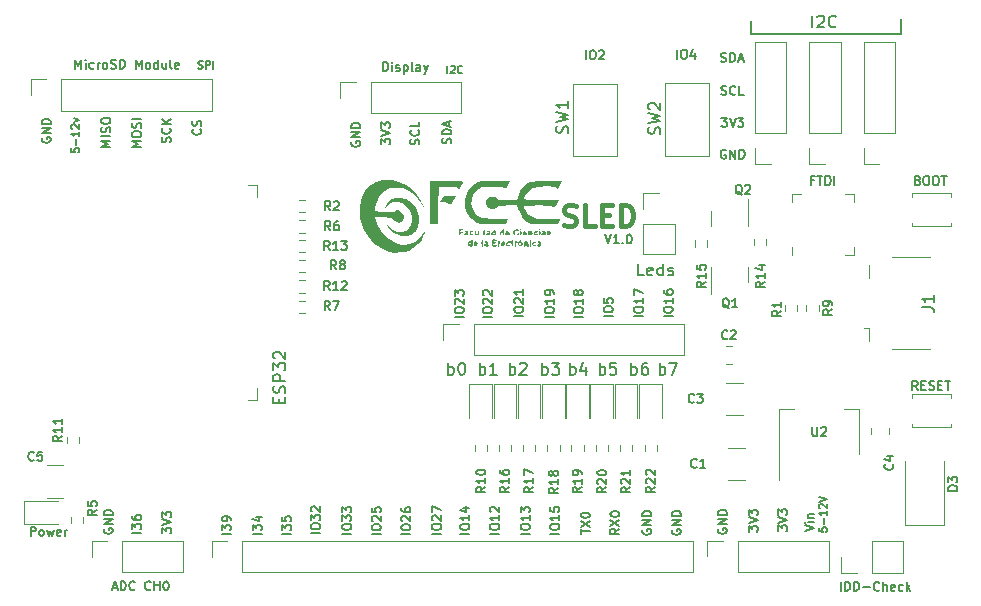
<source format=gbr>
%TF.GenerationSoftware,KiCad,Pcbnew,(6.0.2)*%
%TF.CreationDate,2022-06-23T10:32:30-05:00*%
%TF.ProjectId,ESP32_BUAP_DESARROLLO,45535033-325f-4425-9541-505f44455341,rev?*%
%TF.SameCoordinates,Original*%
%TF.FileFunction,Legend,Top*%
%TF.FilePolarity,Positive*%
%FSLAX46Y46*%
G04 Gerber Fmt 4.6, Leading zero omitted, Abs format (unit mm)*
G04 Created by KiCad (PCBNEW (6.0.2)) date 2022-06-23 10:32:30*
%MOMM*%
%LPD*%
G01*
G04 APERTURE LIST*
%ADD10C,0.150000*%
%ADD11C,0.127000*%
%ADD12C,0.190500*%
%ADD13C,0.444500*%
%ADD14C,0.120000*%
G04 APERTURE END LIST*
D10*
X87006142Y-34495571D02*
X86752142Y-34495571D01*
X86752142Y-34894714D02*
X86752142Y-34132714D01*
X87115000Y-34132714D01*
X87296428Y-34132714D02*
X87731857Y-34132714D01*
X87514142Y-34894714D02*
X87514142Y-34132714D01*
X87985857Y-34894714D02*
X87985857Y-34132714D01*
X88167285Y-34132714D01*
X88276142Y-34169000D01*
X88348714Y-34241571D01*
X88385000Y-34314142D01*
X88421285Y-34459285D01*
X88421285Y-34568142D01*
X88385000Y-34713285D01*
X88348714Y-34785857D01*
X88276142Y-34858428D01*
X88167285Y-34894714D01*
X87985857Y-34894714D01*
X88747857Y-34894714D02*
X88747857Y-34132714D01*
X73959513Y-50952381D02*
X73959513Y-49952381D01*
X73959513Y-50333334D02*
X74054751Y-50285715D01*
X74245228Y-50285715D01*
X74340466Y-50333334D01*
X74388085Y-50380953D01*
X74435704Y-50476191D01*
X74435704Y-50761905D01*
X74388085Y-50857143D01*
X74340466Y-50904762D01*
X74245228Y-50952381D01*
X74054751Y-50952381D01*
X73959513Y-50904762D01*
X74769037Y-49952381D02*
X75435704Y-49952381D01*
X75007132Y-50952381D01*
X71559518Y-50952381D02*
X71559518Y-49952381D01*
X71559518Y-50333334D02*
X71654756Y-50285715D01*
X71845233Y-50285715D01*
X71940471Y-50333334D01*
X71988090Y-50380953D01*
X72035709Y-50476191D01*
X72035709Y-50761905D01*
X71988090Y-50857143D01*
X71940471Y-50904762D01*
X71845233Y-50952381D01*
X71654756Y-50952381D01*
X71559518Y-50904762D01*
X72892852Y-49952381D02*
X72702375Y-49952381D01*
X72607137Y-50000001D01*
X72559518Y-50047620D01*
X72464280Y-50190477D01*
X72416661Y-50380953D01*
X72416661Y-50761905D01*
X72464280Y-50857143D01*
X72511899Y-50904762D01*
X72607137Y-50952381D01*
X72797614Y-50952381D01*
X72892852Y-50904762D01*
X72940471Y-50857143D01*
X72988090Y-50761905D01*
X72988090Y-50523810D01*
X72940471Y-50428572D01*
X72892852Y-50380953D01*
X72797614Y-50333334D01*
X72607137Y-50333334D01*
X72511899Y-50380953D01*
X72464280Y-50428572D01*
X72416661Y-50523810D01*
X68859524Y-50952381D02*
X68859524Y-49952381D01*
X68859524Y-50333334D02*
X68954762Y-50285715D01*
X69145239Y-50285715D01*
X69240477Y-50333334D01*
X69288096Y-50380953D01*
X69335715Y-50476191D01*
X69335715Y-50761905D01*
X69288096Y-50857143D01*
X69240477Y-50904762D01*
X69145239Y-50952381D01*
X68954762Y-50952381D01*
X68859524Y-50904762D01*
X70240477Y-49952381D02*
X69764286Y-49952381D01*
X69716667Y-50428572D01*
X69764286Y-50380953D01*
X69859524Y-50333334D01*
X70097620Y-50333334D01*
X70192858Y-50380953D01*
X70240477Y-50428572D01*
X70288096Y-50523810D01*
X70288096Y-50761905D01*
X70240477Y-50857143D01*
X70192858Y-50904762D01*
X70097620Y-50952381D01*
X69859524Y-50952381D01*
X69764286Y-50904762D01*
X69716667Y-50857143D01*
X66359529Y-50952381D02*
X66359529Y-49952381D01*
X66359529Y-50333334D02*
X66454767Y-50285715D01*
X66645244Y-50285715D01*
X66740482Y-50333334D01*
X66788101Y-50380953D01*
X66835720Y-50476191D01*
X66835720Y-50761905D01*
X66788101Y-50857143D01*
X66740482Y-50904762D01*
X66645244Y-50952381D01*
X66454767Y-50952381D01*
X66359529Y-50904762D01*
X67692863Y-50285715D02*
X67692863Y-50952381D01*
X67454767Y-49904762D02*
X67216672Y-50619048D01*
X67835720Y-50619048D01*
X64009521Y-50952381D02*
X64009521Y-49952381D01*
X64009521Y-50333334D02*
X64104759Y-50285715D01*
X64295236Y-50285715D01*
X64390474Y-50333334D01*
X64438093Y-50380953D01*
X64485712Y-50476191D01*
X64485712Y-50761905D01*
X64438093Y-50857143D01*
X64390474Y-50904762D01*
X64295236Y-50952381D01*
X64104759Y-50952381D01*
X64009521Y-50904762D01*
X64819045Y-49952381D02*
X65438093Y-49952381D01*
X65104759Y-50333334D01*
X65247617Y-50333334D01*
X65342855Y-50380953D01*
X65390474Y-50428572D01*
X65438093Y-50523810D01*
X65438093Y-50761905D01*
X65390474Y-50857143D01*
X65342855Y-50904762D01*
X65247617Y-50952381D01*
X64961902Y-50952381D01*
X64866664Y-50904762D01*
X64819045Y-50857143D01*
X61259513Y-50952381D02*
X61259513Y-49952381D01*
X61259513Y-50333334D02*
X61354751Y-50285715D01*
X61545228Y-50285715D01*
X61640466Y-50333334D01*
X61688085Y-50380953D01*
X61735704Y-50476191D01*
X61735704Y-50761905D01*
X61688085Y-50857143D01*
X61640466Y-50904762D01*
X61545228Y-50952381D01*
X61354751Y-50952381D01*
X61259513Y-50904762D01*
X62116656Y-50047620D02*
X62164275Y-50000001D01*
X62259513Y-49952381D01*
X62497609Y-49952381D01*
X62592847Y-50000001D01*
X62640466Y-50047620D01*
X62688085Y-50142858D01*
X62688085Y-50238096D01*
X62640466Y-50380953D01*
X62069037Y-50952381D01*
X62688085Y-50952381D01*
X58709531Y-50952381D02*
X58709531Y-49952381D01*
X58709531Y-50333334D02*
X58804769Y-50285715D01*
X58995246Y-50285715D01*
X59090484Y-50333334D01*
X59138103Y-50380953D01*
X59185722Y-50476191D01*
X59185722Y-50761905D01*
X59138103Y-50857143D01*
X59090484Y-50904762D01*
X58995246Y-50952381D01*
X58804769Y-50952381D01*
X58709531Y-50904762D01*
X60138103Y-50952381D02*
X59566674Y-50952381D01*
X59852388Y-50952381D02*
X59852388Y-49952381D01*
X59757150Y-50095239D01*
X59661912Y-50190477D01*
X59566674Y-50238096D01*
X56059524Y-50952381D02*
X56059524Y-49952381D01*
X56059524Y-50333334D02*
X56154762Y-50285715D01*
X56345239Y-50285715D01*
X56440477Y-50333334D01*
X56488096Y-50380953D01*
X56535715Y-50476191D01*
X56535715Y-50761905D01*
X56488096Y-50857143D01*
X56440477Y-50904762D01*
X56345239Y-50952381D01*
X56154762Y-50952381D01*
X56059524Y-50904762D01*
X57154762Y-49952381D02*
X57250001Y-49952381D01*
X57345239Y-50000001D01*
X57392858Y-50047620D01*
X57440477Y-50142858D01*
X57488096Y-50333334D01*
X57488096Y-50571429D01*
X57440477Y-50761905D01*
X57392858Y-50857143D01*
X57345239Y-50904762D01*
X57250001Y-50952381D01*
X57154762Y-50952381D01*
X57059524Y-50904762D01*
X57011905Y-50857143D01*
X56964286Y-50761905D01*
X56916667Y-50571429D01*
X56916667Y-50333334D01*
X56964286Y-50142858D01*
X57011905Y-50047620D01*
X57059524Y-50000001D01*
X57154762Y-49952381D01*
X94350000Y-22100000D02*
X94350000Y-20850000D01*
X81650000Y-22100000D02*
X94350000Y-22100000D01*
X81650000Y-21000000D02*
X81650000Y-22100000D01*
D11*
X57844714Y-64424857D02*
X57082714Y-64424857D01*
X57082714Y-63916857D02*
X57082714Y-63771714D01*
X57119000Y-63699142D01*
X57191571Y-63626571D01*
X57336714Y-63590285D01*
X57590714Y-63590285D01*
X57735857Y-63626571D01*
X57808428Y-63699142D01*
X57844714Y-63771714D01*
X57844714Y-63916857D01*
X57808428Y-63989428D01*
X57735857Y-64062000D01*
X57590714Y-64098285D01*
X57336714Y-64098285D01*
X57191571Y-64062000D01*
X57119000Y-63989428D01*
X57082714Y-63916857D01*
X57844714Y-62864571D02*
X57844714Y-63300000D01*
X57844714Y-63082285D02*
X57082714Y-63082285D01*
X57191571Y-63154857D01*
X57264142Y-63227428D01*
X57300428Y-63300000D01*
X57336714Y-62211428D02*
X57844714Y-62211428D01*
X57046428Y-62392857D02*
X57590714Y-62574285D01*
X57590714Y-62102571D01*
X53558436Y-31457144D02*
X53594722Y-31348287D01*
X53594722Y-31166859D01*
X53558436Y-31094287D01*
X53522150Y-31058002D01*
X53449579Y-31021716D01*
X53377008Y-31021716D01*
X53304436Y-31058002D01*
X53268150Y-31094287D01*
X53231865Y-31166859D01*
X53195579Y-31312002D01*
X53159293Y-31384573D01*
X53123008Y-31420859D01*
X53050436Y-31457144D01*
X52977865Y-31457144D01*
X52905293Y-31420859D01*
X52869008Y-31384573D01*
X52832722Y-31312002D01*
X52832722Y-31130573D01*
X52869008Y-31021716D01*
X53522150Y-30259716D02*
X53558436Y-30296002D01*
X53594722Y-30404859D01*
X53594722Y-30477430D01*
X53558436Y-30586287D01*
X53485865Y-30658859D01*
X53413293Y-30695144D01*
X53268150Y-30731430D01*
X53159293Y-30731430D01*
X53014150Y-30695144D01*
X52941579Y-30658859D01*
X52869008Y-30586287D01*
X52832722Y-30477430D01*
X52832722Y-30404859D01*
X52869008Y-30296002D01*
X52905293Y-30259716D01*
X53594722Y-29570287D02*
X53594722Y-29933144D01*
X52832722Y-29933144D01*
X35072142Y-30177000D02*
X35108428Y-30213285D01*
X35144714Y-30322142D01*
X35144714Y-30394714D01*
X35108428Y-30503571D01*
X35035857Y-30576142D01*
X34963285Y-30612428D01*
X34818142Y-30648714D01*
X34709285Y-30648714D01*
X34564142Y-30612428D01*
X34491571Y-30576142D01*
X34419000Y-30503571D01*
X34382714Y-30394714D01*
X34382714Y-30322142D01*
X34419000Y-30213285D01*
X34455285Y-30177000D01*
X35108428Y-29886714D02*
X35144714Y-29777857D01*
X35144714Y-29596428D01*
X35108428Y-29523857D01*
X35072142Y-29487571D01*
X34999571Y-29451285D01*
X34927000Y-29451285D01*
X34854428Y-29487571D01*
X34818142Y-29523857D01*
X34781857Y-29596428D01*
X34745571Y-29741571D01*
X34709285Y-29814142D01*
X34673000Y-29850428D01*
X34600428Y-29886714D01*
X34527857Y-29886714D01*
X34455285Y-29850428D01*
X34419000Y-29814142D01*
X34382714Y-29741571D01*
X34382714Y-29560142D01*
X34419000Y-29451285D01*
X75438000Y-24194715D02*
X75438000Y-23432715D01*
X75946000Y-23432715D02*
X76091142Y-23432715D01*
X76163714Y-23469001D01*
X76236285Y-23541572D01*
X76272571Y-23686715D01*
X76272571Y-23940715D01*
X76236285Y-24085858D01*
X76163714Y-24158429D01*
X76091142Y-24194715D01*
X75946000Y-24194715D01*
X75873428Y-24158429D01*
X75800857Y-24085858D01*
X75764571Y-23940715D01*
X75764571Y-23686715D01*
X75800857Y-23541572D01*
X75873428Y-23469001D01*
X75946000Y-23432715D01*
X76925714Y-23686715D02*
X76925714Y-24194715D01*
X76744285Y-23396429D02*
X76562857Y-23940715D01*
X77034571Y-23940715D01*
X70544714Y-63989857D02*
X70181857Y-64243857D01*
X70544714Y-64425285D02*
X69782714Y-64425285D01*
X69782714Y-64135000D01*
X69819000Y-64062428D01*
X69855285Y-64026142D01*
X69927857Y-63989857D01*
X70036714Y-63989857D01*
X70109285Y-64026142D01*
X70145571Y-64062428D01*
X70181857Y-64135000D01*
X70181857Y-64425285D01*
X69782714Y-63735857D02*
X70544714Y-63227857D01*
X69782714Y-63227857D02*
X70544714Y-63735857D01*
X69782714Y-62792428D02*
X69782714Y-62719857D01*
X69819000Y-62647285D01*
X69855285Y-62611000D01*
X69927857Y-62574714D01*
X70073000Y-62538428D01*
X70254428Y-62538428D01*
X70399571Y-62574714D01*
X70472142Y-62611000D01*
X70508428Y-62647285D01*
X70544714Y-62719857D01*
X70544714Y-62792428D01*
X70508428Y-62865000D01*
X70472142Y-62901285D01*
X70399571Y-62937571D01*
X70254428Y-62973857D01*
X70073000Y-62973857D01*
X69927857Y-62937571D01*
X69855285Y-62901285D01*
X69819000Y-62865000D01*
X69782714Y-62792428D01*
X65444714Y-64424857D02*
X64682714Y-64424857D01*
X64682714Y-63916857D02*
X64682714Y-63771714D01*
X64719000Y-63699142D01*
X64791571Y-63626571D01*
X64936714Y-63590285D01*
X65190714Y-63590285D01*
X65335857Y-63626571D01*
X65408428Y-63699142D01*
X65444714Y-63771714D01*
X65444714Y-63916857D01*
X65408428Y-63989428D01*
X65335857Y-64062000D01*
X65190714Y-64098285D01*
X64936714Y-64098285D01*
X64791571Y-64062000D01*
X64719000Y-63989428D01*
X64682714Y-63916857D01*
X65444714Y-62864571D02*
X65444714Y-63300000D01*
X65444714Y-63082285D02*
X64682714Y-63082285D01*
X64791571Y-63154857D01*
X64864142Y-63227428D01*
X64900428Y-63300000D01*
X64682714Y-62175142D02*
X64682714Y-62538000D01*
X65045571Y-62574285D01*
X65009285Y-62538000D01*
X64973000Y-62465428D01*
X64973000Y-62284000D01*
X65009285Y-62211428D01*
X65045571Y-62175142D01*
X65118142Y-62138857D01*
X65299571Y-62138857D01*
X65372142Y-62175142D01*
X65408428Y-62211428D01*
X65444714Y-62284000D01*
X65444714Y-62465428D01*
X65408428Y-62538000D01*
X65372142Y-62574285D01*
X50344714Y-64474857D02*
X49582714Y-64474857D01*
X49582714Y-63966857D02*
X49582714Y-63821714D01*
X49619000Y-63749142D01*
X49691571Y-63676571D01*
X49836714Y-63640285D01*
X50090714Y-63640285D01*
X50235857Y-63676571D01*
X50308428Y-63749142D01*
X50344714Y-63821714D01*
X50344714Y-63966857D01*
X50308428Y-64039428D01*
X50235857Y-64112000D01*
X50090714Y-64148285D01*
X49836714Y-64148285D01*
X49691571Y-64112000D01*
X49619000Y-64039428D01*
X49582714Y-63966857D01*
X49655285Y-63350000D02*
X49619000Y-63313714D01*
X49582714Y-63241142D01*
X49582714Y-63059714D01*
X49619000Y-62987142D01*
X49655285Y-62950857D01*
X49727857Y-62914571D01*
X49800428Y-62914571D01*
X49909285Y-62950857D01*
X50344714Y-63386285D01*
X50344714Y-62914571D01*
X49582714Y-62225142D02*
X49582714Y-62588000D01*
X49945571Y-62624285D01*
X49909285Y-62588000D01*
X49873000Y-62515428D01*
X49873000Y-62334000D01*
X49909285Y-62261428D01*
X49945571Y-62225142D01*
X50018142Y-62188857D01*
X50199571Y-62188857D01*
X50272142Y-62225142D01*
X50308428Y-62261428D01*
X50344714Y-62334000D01*
X50344714Y-62515428D01*
X50308428Y-62588000D01*
X50272142Y-62624285D01*
X42744714Y-64425714D02*
X41982714Y-64425714D01*
X41982714Y-64135428D02*
X41982714Y-63663714D01*
X42273000Y-63917714D01*
X42273000Y-63808857D01*
X42309285Y-63736285D01*
X42345571Y-63700000D01*
X42418142Y-63663714D01*
X42599571Y-63663714D01*
X42672142Y-63700000D01*
X42708428Y-63736285D01*
X42744714Y-63808857D01*
X42744714Y-64026571D01*
X42708428Y-64099142D01*
X42672142Y-64135428D01*
X41982714Y-62974285D02*
X41982714Y-63337142D01*
X42345571Y-63373428D01*
X42309285Y-63337142D01*
X42273000Y-63264571D01*
X42273000Y-63083142D01*
X42309285Y-63010571D01*
X42345571Y-62974285D01*
X42418142Y-62938000D01*
X42599571Y-62938000D01*
X42672142Y-62974285D01*
X42708428Y-63010571D01*
X42744714Y-63083142D01*
X42744714Y-63264571D01*
X42708428Y-63337142D01*
X42672142Y-63373428D01*
X81482703Y-64243428D02*
X81482703Y-63771714D01*
X81772989Y-64025714D01*
X81772989Y-63916857D01*
X81809274Y-63844285D01*
X81845560Y-63808000D01*
X81918131Y-63771714D01*
X82099560Y-63771714D01*
X82172131Y-63808000D01*
X82208417Y-63844285D01*
X82244703Y-63916857D01*
X82244703Y-64134571D01*
X82208417Y-64207142D01*
X82172131Y-64243428D01*
X81482703Y-63554000D02*
X82244703Y-63300000D01*
X81482703Y-63046000D01*
X81482703Y-62864571D02*
X81482703Y-62392857D01*
X81772989Y-62646857D01*
X81772989Y-62538000D01*
X81809274Y-62465428D01*
X81845560Y-62429142D01*
X81918131Y-62392857D01*
X82099560Y-62392857D01*
X82172131Y-62429142D01*
X82208417Y-62465428D01*
X82244703Y-62538000D01*
X82244703Y-62755714D01*
X82208417Y-62828285D01*
X82172131Y-62864571D01*
X79544428Y-31939000D02*
X79471857Y-31902714D01*
X79363000Y-31902714D01*
X79254142Y-31939000D01*
X79181571Y-32011571D01*
X79145285Y-32084142D01*
X79109000Y-32229285D01*
X79109000Y-32338142D01*
X79145285Y-32483285D01*
X79181571Y-32555857D01*
X79254142Y-32628428D01*
X79363000Y-32664714D01*
X79435571Y-32664714D01*
X79544428Y-32628428D01*
X79580714Y-32592142D01*
X79580714Y-32338142D01*
X79435571Y-32338142D01*
X79907285Y-32664714D02*
X79907285Y-31902714D01*
X80342714Y-32664714D01*
X80342714Y-31902714D01*
X80705571Y-32664714D02*
X80705571Y-31902714D01*
X80887000Y-31902714D01*
X80995857Y-31939000D01*
X81068428Y-32011571D01*
X81104714Y-32084142D01*
X81141000Y-32229285D01*
X81141000Y-32338142D01*
X81104714Y-32483285D01*
X81068428Y-32555857D01*
X80995857Y-32628428D01*
X80887000Y-32664714D01*
X80705571Y-32664714D01*
X95815857Y-34495571D02*
X95924714Y-34531857D01*
X95961000Y-34568142D01*
X95997285Y-34640714D01*
X95997285Y-34749571D01*
X95961000Y-34822142D01*
X95924714Y-34858428D01*
X95852142Y-34894714D01*
X95561857Y-34894714D01*
X95561857Y-34132714D01*
X95815857Y-34132714D01*
X95888428Y-34169000D01*
X95924714Y-34205285D01*
X95961000Y-34277857D01*
X95961000Y-34350428D01*
X95924714Y-34423000D01*
X95888428Y-34459285D01*
X95815857Y-34495571D01*
X95561857Y-34495571D01*
X96469000Y-34132714D02*
X96614142Y-34132714D01*
X96686714Y-34169000D01*
X96759285Y-34241571D01*
X96795571Y-34386714D01*
X96795571Y-34640714D01*
X96759285Y-34785857D01*
X96686714Y-34858428D01*
X96614142Y-34894714D01*
X96469000Y-34894714D01*
X96396428Y-34858428D01*
X96323857Y-34785857D01*
X96287571Y-34640714D01*
X96287571Y-34386714D01*
X96323857Y-34241571D01*
X96396428Y-34169000D01*
X96469000Y-34132714D01*
X97267285Y-34132714D02*
X97412428Y-34132714D01*
X97485000Y-34169000D01*
X97557571Y-34241571D01*
X97593857Y-34386714D01*
X97593857Y-34640714D01*
X97557571Y-34785857D01*
X97485000Y-34858428D01*
X97412428Y-34894714D01*
X97267285Y-34894714D01*
X97194714Y-34858428D01*
X97122142Y-34785857D01*
X97085857Y-34640714D01*
X97085857Y-34386714D01*
X97122142Y-34241571D01*
X97194714Y-34169000D01*
X97267285Y-34132714D01*
X97811571Y-34132714D02*
X98247000Y-34132714D01*
X98029285Y-34894714D02*
X98029285Y-34132714D01*
X69994714Y-46012000D02*
X69232714Y-46012000D01*
X69232714Y-45504000D02*
X69232714Y-45358857D01*
X69269000Y-45286285D01*
X69341571Y-45213714D01*
X69486714Y-45177428D01*
X69740714Y-45177428D01*
X69885857Y-45213714D01*
X69958428Y-45286285D01*
X69994714Y-45358857D01*
X69994714Y-45504000D01*
X69958428Y-45576571D01*
X69885857Y-45649142D01*
X69740714Y-45685428D01*
X69486714Y-45685428D01*
X69341571Y-45649142D01*
X69269000Y-45576571D01*
X69232714Y-45504000D01*
X69232714Y-44488000D02*
X69232714Y-44850857D01*
X69595571Y-44887142D01*
X69559285Y-44850857D01*
X69523000Y-44778285D01*
X69523000Y-44596857D01*
X69559285Y-44524285D01*
X69595571Y-44488000D01*
X69668142Y-44451714D01*
X69849571Y-44451714D01*
X69922142Y-44488000D01*
X69958428Y-44524285D01*
X69994714Y-44596857D01*
X69994714Y-44778285D01*
X69958428Y-44850857D01*
X69922142Y-44887142D01*
X34899880Y-25007023D02*
X34990595Y-25037261D01*
X35141785Y-25037261D01*
X35202261Y-25007023D01*
X35232500Y-24976785D01*
X35262738Y-24916309D01*
X35262738Y-24855833D01*
X35232500Y-24795357D01*
X35202261Y-24765119D01*
X35141785Y-24734880D01*
X35020833Y-24704642D01*
X34960357Y-24674404D01*
X34930119Y-24644166D01*
X34899880Y-24583690D01*
X34899880Y-24523214D01*
X34930119Y-24462738D01*
X34960357Y-24432500D01*
X35020833Y-24402261D01*
X35172023Y-24402261D01*
X35262738Y-24432500D01*
X35534880Y-25037261D02*
X35534880Y-24402261D01*
X35776785Y-24402261D01*
X35837261Y-24432500D01*
X35867500Y-24462738D01*
X35897738Y-24523214D01*
X35897738Y-24613928D01*
X35867500Y-24674404D01*
X35837261Y-24704642D01*
X35776785Y-24734880D01*
X35534880Y-24734880D01*
X36169880Y-25037261D02*
X36169880Y-24402261D01*
X79181582Y-29202721D02*
X79653296Y-29202721D01*
X79399296Y-29493007D01*
X79508153Y-29493007D01*
X79580725Y-29529292D01*
X79617011Y-29565578D01*
X79653296Y-29638149D01*
X79653296Y-29819578D01*
X79617011Y-29892149D01*
X79580725Y-29928435D01*
X79508153Y-29964721D01*
X79290439Y-29964721D01*
X79217868Y-29928435D01*
X79181582Y-29892149D01*
X79871011Y-29202721D02*
X80125011Y-29964721D01*
X80379011Y-29202721D01*
X80560439Y-29202721D02*
X81032153Y-29202721D01*
X80778153Y-29493007D01*
X80887011Y-29493007D01*
X80959582Y-29529292D01*
X80995868Y-29565578D01*
X81032153Y-29638149D01*
X81032153Y-29819578D01*
X80995868Y-29892149D01*
X80959582Y-29928435D01*
X80887011Y-29964721D01*
X80669296Y-29964721D01*
X80596725Y-29928435D01*
X80560439Y-29892149D01*
X27444714Y-31647428D02*
X26682714Y-31647428D01*
X27227000Y-31393428D01*
X26682714Y-31139428D01*
X27444714Y-31139428D01*
X27444714Y-30776571D02*
X26682714Y-30776571D01*
X27408428Y-30450000D02*
X27444714Y-30341142D01*
X27444714Y-30159714D01*
X27408428Y-30087142D01*
X27372142Y-30050857D01*
X27299571Y-30014571D01*
X27227000Y-30014571D01*
X27154428Y-30050857D01*
X27118142Y-30087142D01*
X27081857Y-30159714D01*
X27045571Y-30304857D01*
X27009285Y-30377428D01*
X26973000Y-30413714D01*
X26900428Y-30450000D01*
X26827857Y-30450000D01*
X26755285Y-30413714D01*
X26719000Y-30377428D01*
X26682714Y-30304857D01*
X26682714Y-30123428D01*
X26719000Y-30014571D01*
X26682714Y-29542857D02*
X26682714Y-29397714D01*
X26719000Y-29325142D01*
X26791571Y-29252571D01*
X26936714Y-29216285D01*
X27190714Y-29216285D01*
X27335857Y-29252571D01*
X27408428Y-29325142D01*
X27444714Y-29397714D01*
X27444714Y-29542857D01*
X27408428Y-29615428D01*
X27335857Y-29688000D01*
X27190714Y-29724285D01*
X26936714Y-29724285D01*
X26791571Y-29688000D01*
X26719000Y-29615428D01*
X26682714Y-29542857D01*
X52844714Y-64474857D02*
X52082714Y-64474857D01*
X52082714Y-63966857D02*
X52082714Y-63821714D01*
X52119000Y-63749142D01*
X52191571Y-63676571D01*
X52336714Y-63640285D01*
X52590714Y-63640285D01*
X52735857Y-63676571D01*
X52808428Y-63749142D01*
X52844714Y-63821714D01*
X52844714Y-63966857D01*
X52808428Y-64039428D01*
X52735857Y-64112000D01*
X52590714Y-64148285D01*
X52336714Y-64148285D01*
X52191571Y-64112000D01*
X52119000Y-64039428D01*
X52082714Y-63966857D01*
X52155285Y-63350000D02*
X52119000Y-63313714D01*
X52082714Y-63241142D01*
X52082714Y-63059714D01*
X52119000Y-62987142D01*
X52155285Y-62950857D01*
X52227857Y-62914571D01*
X52300428Y-62914571D01*
X52409285Y-62950857D01*
X52844714Y-63386285D01*
X52844714Y-62914571D01*
X52082714Y-62261428D02*
X52082714Y-62406571D01*
X52119000Y-62479142D01*
X52155285Y-62515428D01*
X52264142Y-62588000D01*
X52409285Y-62624285D01*
X52699571Y-62624285D01*
X52772142Y-62588000D01*
X52808428Y-62551714D01*
X52844714Y-62479142D01*
X52844714Y-62334000D01*
X52808428Y-62261428D01*
X52772142Y-62225142D01*
X52699571Y-62188857D01*
X52518142Y-62188857D01*
X52445571Y-62225142D01*
X52409285Y-62261428D01*
X52373000Y-62334000D01*
X52373000Y-62479142D01*
X52409285Y-62551714D01*
X52445571Y-62588000D01*
X52518142Y-62624285D01*
X30044714Y-64325714D02*
X29282714Y-64325714D01*
X29282714Y-64035428D02*
X29282714Y-63563714D01*
X29573000Y-63817714D01*
X29573000Y-63708857D01*
X29609285Y-63636285D01*
X29645571Y-63600000D01*
X29718142Y-63563714D01*
X29899571Y-63563714D01*
X29972142Y-63600000D01*
X30008428Y-63636285D01*
X30044714Y-63708857D01*
X30044714Y-63926571D01*
X30008428Y-63999142D01*
X29972142Y-64035428D01*
X29282714Y-62910571D02*
X29282714Y-63055714D01*
X29319000Y-63128285D01*
X29355285Y-63164571D01*
X29464142Y-63237142D01*
X29609285Y-63273428D01*
X29899571Y-63273428D01*
X29972142Y-63237142D01*
X30008428Y-63200857D01*
X30044714Y-63128285D01*
X30044714Y-62983142D01*
X30008428Y-62910571D01*
X29972142Y-62874285D01*
X29899571Y-62838000D01*
X29718142Y-62838000D01*
X29645571Y-62874285D01*
X29609285Y-62910571D01*
X29573000Y-62983142D01*
X29573000Y-63128285D01*
X29609285Y-63200857D01*
X29645571Y-63237142D01*
X29718142Y-63273428D01*
X62944714Y-64424857D02*
X62182714Y-64424857D01*
X62182714Y-63916857D02*
X62182714Y-63771714D01*
X62219000Y-63699142D01*
X62291571Y-63626571D01*
X62436714Y-63590285D01*
X62690714Y-63590285D01*
X62835857Y-63626571D01*
X62908428Y-63699142D01*
X62944714Y-63771714D01*
X62944714Y-63916857D01*
X62908428Y-63989428D01*
X62835857Y-64062000D01*
X62690714Y-64098285D01*
X62436714Y-64098285D01*
X62291571Y-64062000D01*
X62219000Y-63989428D01*
X62182714Y-63916857D01*
X62944714Y-62864571D02*
X62944714Y-63300000D01*
X62944714Y-63082285D02*
X62182714Y-63082285D01*
X62291571Y-63154857D01*
X62364142Y-63227428D01*
X62400428Y-63300000D01*
X62182714Y-62610571D02*
X62182714Y-62138857D01*
X62473000Y-62392857D01*
X62473000Y-62284000D01*
X62509285Y-62211428D01*
X62545571Y-62175142D01*
X62618142Y-62138857D01*
X62799571Y-62138857D01*
X62872142Y-62175142D01*
X62908428Y-62211428D01*
X62944714Y-62284000D01*
X62944714Y-62501714D01*
X62908428Y-62574285D01*
X62872142Y-62610571D01*
X79149714Y-24428428D02*
X79258571Y-24464714D01*
X79440000Y-24464714D01*
X79512571Y-24428428D01*
X79548857Y-24392142D01*
X79585142Y-24319571D01*
X79585142Y-24247000D01*
X79548857Y-24174428D01*
X79512571Y-24138142D01*
X79440000Y-24101857D01*
X79294857Y-24065571D01*
X79222285Y-24029285D01*
X79186000Y-23993000D01*
X79149714Y-23920428D01*
X79149714Y-23847857D01*
X79186000Y-23775285D01*
X79222285Y-23739000D01*
X79294857Y-23702714D01*
X79476285Y-23702714D01*
X79585142Y-23739000D01*
X79911714Y-24464714D02*
X79911714Y-23702714D01*
X80093142Y-23702714D01*
X80202000Y-23739000D01*
X80274571Y-23811571D01*
X80310857Y-23884142D01*
X80347142Y-24029285D01*
X80347142Y-24138142D01*
X80310857Y-24283285D01*
X80274571Y-24355857D01*
X80202000Y-24428428D01*
X80093142Y-24464714D01*
X79911714Y-24464714D01*
X80637428Y-24247000D02*
X81000285Y-24247000D01*
X80564857Y-24464714D02*
X80818857Y-23702714D01*
X81072857Y-24464714D01*
X79167857Y-27228428D02*
X79276714Y-27264714D01*
X79458142Y-27264714D01*
X79530714Y-27228428D01*
X79567000Y-27192142D01*
X79603285Y-27119571D01*
X79603285Y-27047000D01*
X79567000Y-26974428D01*
X79530714Y-26938142D01*
X79458142Y-26901857D01*
X79313000Y-26865571D01*
X79240428Y-26829285D01*
X79204142Y-26793000D01*
X79167857Y-26720428D01*
X79167857Y-26647857D01*
X79204142Y-26575285D01*
X79240428Y-26539000D01*
X79313000Y-26502714D01*
X79494428Y-26502714D01*
X79603285Y-26539000D01*
X80365285Y-27192142D02*
X80329000Y-27228428D01*
X80220142Y-27264714D01*
X80147571Y-27264714D01*
X80038714Y-27228428D01*
X79966142Y-27155857D01*
X79929857Y-27083285D01*
X79893571Y-26938142D01*
X79893571Y-26829285D01*
X79929857Y-26684142D01*
X79966142Y-26611571D01*
X80038714Y-26539000D01*
X80147571Y-26502714D01*
X80220142Y-26502714D01*
X80329000Y-26539000D01*
X80365285Y-26575285D01*
X81054714Y-27264714D02*
X80691857Y-27264714D01*
X80691857Y-26502714D01*
X75044717Y-46024857D02*
X74282717Y-46024857D01*
X74282717Y-45516857D02*
X74282717Y-45371714D01*
X74319003Y-45299142D01*
X74391574Y-45226571D01*
X74536717Y-45190285D01*
X74790717Y-45190285D01*
X74935860Y-45226571D01*
X75008431Y-45299142D01*
X75044717Y-45371714D01*
X75044717Y-45516857D01*
X75008431Y-45589428D01*
X74935860Y-45662000D01*
X74790717Y-45698285D01*
X74536717Y-45698285D01*
X74391574Y-45662000D01*
X74319003Y-45589428D01*
X74282717Y-45516857D01*
X75044717Y-44464571D02*
X75044717Y-44900000D01*
X75044717Y-44682285D02*
X74282717Y-44682285D01*
X74391574Y-44754857D01*
X74464145Y-44827428D01*
X74500431Y-44900000D01*
X74282717Y-43811428D02*
X74282717Y-43956571D01*
X74319003Y-44029142D01*
X74355288Y-44065428D01*
X74464145Y-44138000D01*
X74609288Y-44174285D01*
X74899574Y-44174285D01*
X74972145Y-44138000D01*
X75008431Y-44101714D01*
X75044717Y-44029142D01*
X75044717Y-43884000D01*
X75008431Y-43811428D01*
X74972145Y-43775142D01*
X74899574Y-43738857D01*
X74718145Y-43738857D01*
X74645574Y-43775142D01*
X74609288Y-43811428D01*
X74573003Y-43884000D01*
X74573003Y-44029142D01*
X74609288Y-44101714D01*
X74645574Y-44138000D01*
X74718145Y-44174285D01*
X32508428Y-31279714D02*
X32544714Y-31170857D01*
X32544714Y-30989428D01*
X32508428Y-30916857D01*
X32472142Y-30880571D01*
X32399571Y-30844285D01*
X32327000Y-30844285D01*
X32254428Y-30880571D01*
X32218142Y-30916857D01*
X32181857Y-30989428D01*
X32145571Y-31134571D01*
X32109285Y-31207142D01*
X32073000Y-31243428D01*
X32000428Y-31279714D01*
X31927857Y-31279714D01*
X31855285Y-31243428D01*
X31819000Y-31207142D01*
X31782714Y-31134571D01*
X31782714Y-30953142D01*
X31819000Y-30844285D01*
X32472142Y-30082285D02*
X32508428Y-30118571D01*
X32544714Y-30227428D01*
X32544714Y-30300000D01*
X32508428Y-30408857D01*
X32435857Y-30481428D01*
X32363285Y-30517714D01*
X32218142Y-30554000D01*
X32109285Y-30554000D01*
X31964142Y-30517714D01*
X31891571Y-30481428D01*
X31819000Y-30408857D01*
X31782714Y-30300000D01*
X31782714Y-30227428D01*
X31819000Y-30118571D01*
X31855285Y-30082285D01*
X32544714Y-29755714D02*
X31782714Y-29755714D01*
X32544714Y-29320285D02*
X32109285Y-29646857D01*
X31782714Y-29320285D02*
X32218142Y-29755714D01*
X55980107Y-25437262D02*
X55980107Y-24802262D01*
X56252249Y-24862739D02*
X56282488Y-24832501D01*
X56342964Y-24802262D01*
X56494154Y-24802262D01*
X56554630Y-24832501D01*
X56584868Y-24862739D01*
X56615107Y-24923215D01*
X56615107Y-24983691D01*
X56584868Y-25074405D01*
X56222011Y-25437262D01*
X56615107Y-25437262D01*
X57250107Y-25376786D02*
X57219868Y-25407024D01*
X57129154Y-25437262D01*
X57068678Y-25437262D01*
X56977964Y-25407024D01*
X56917488Y-25346548D01*
X56887249Y-25286072D01*
X56857011Y-25165120D01*
X56857011Y-25074405D01*
X56887249Y-24953453D01*
X56917488Y-24892977D01*
X56977964Y-24832501D01*
X57068678Y-24802262D01*
X57129154Y-24802262D01*
X57219868Y-24832501D01*
X57250107Y-24862739D01*
D10*
X66154761Y-30483333D02*
X66202380Y-30340476D01*
X66202380Y-30102380D01*
X66154761Y-30007142D01*
X66107142Y-29959523D01*
X66011904Y-29911904D01*
X65916666Y-29911904D01*
X65821428Y-29959523D01*
X65773809Y-30007142D01*
X65726190Y-30102380D01*
X65678571Y-30292857D01*
X65630952Y-30388095D01*
X65583333Y-30435714D01*
X65488095Y-30483333D01*
X65392857Y-30483333D01*
X65297619Y-30435714D01*
X65250000Y-30388095D01*
X65202380Y-30292857D01*
X65202380Y-30054761D01*
X65250000Y-29911904D01*
X65202380Y-29578571D02*
X66202380Y-29340476D01*
X65488095Y-29150000D01*
X66202380Y-28959523D01*
X65202380Y-28721428D01*
X66202380Y-27816666D02*
X66202380Y-28388095D01*
X66202380Y-28102380D02*
X65202380Y-28102380D01*
X65345238Y-28197619D01*
X65440476Y-28292857D01*
X65488095Y-28388095D01*
D11*
X95793285Y-52244714D02*
X95539285Y-51881857D01*
X95357857Y-52244714D02*
X95357857Y-51482714D01*
X95648142Y-51482714D01*
X95720714Y-51519000D01*
X95757000Y-51555285D01*
X95793285Y-51627857D01*
X95793285Y-51736714D01*
X95757000Y-51809285D01*
X95720714Y-51845571D01*
X95648142Y-51881857D01*
X95357857Y-51881857D01*
X96119857Y-51845571D02*
X96373857Y-51845571D01*
X96482714Y-52244714D02*
X96119857Y-52244714D01*
X96119857Y-51482714D01*
X96482714Y-51482714D01*
X96773000Y-52208428D02*
X96881857Y-52244714D01*
X97063285Y-52244714D01*
X97135857Y-52208428D01*
X97172142Y-52172142D01*
X97208428Y-52099571D01*
X97208428Y-52027000D01*
X97172142Y-51954428D01*
X97135857Y-51918142D01*
X97063285Y-51881857D01*
X96918142Y-51845571D01*
X96845571Y-51809285D01*
X96809285Y-51773000D01*
X96773000Y-51700428D01*
X96773000Y-51627857D01*
X96809285Y-51555285D01*
X96845571Y-51519000D01*
X96918142Y-51482714D01*
X97099571Y-51482714D01*
X97208428Y-51519000D01*
X97535000Y-51845571D02*
X97789000Y-51845571D01*
X97897857Y-52244714D02*
X97535000Y-52244714D01*
X97535000Y-51482714D01*
X97897857Y-51482714D01*
X98115571Y-51482714D02*
X98551000Y-51482714D01*
X98333285Y-52244714D02*
X98333285Y-51482714D01*
X20694142Y-64594714D02*
X20694142Y-63832714D01*
X20984428Y-63832714D01*
X21057000Y-63869000D01*
X21093285Y-63905285D01*
X21129571Y-63977857D01*
X21129571Y-64086714D01*
X21093285Y-64159285D01*
X21057000Y-64195571D01*
X20984428Y-64231857D01*
X20694142Y-64231857D01*
X21565000Y-64594714D02*
X21492428Y-64558428D01*
X21456142Y-64522142D01*
X21419857Y-64449571D01*
X21419857Y-64231857D01*
X21456142Y-64159285D01*
X21492428Y-64123000D01*
X21565000Y-64086714D01*
X21673857Y-64086714D01*
X21746428Y-64123000D01*
X21782714Y-64159285D01*
X21819000Y-64231857D01*
X21819000Y-64449571D01*
X21782714Y-64522142D01*
X21746428Y-64558428D01*
X21673857Y-64594714D01*
X21565000Y-64594714D01*
X22073000Y-64086714D02*
X22218142Y-64594714D01*
X22363285Y-64231857D01*
X22508428Y-64594714D01*
X22653571Y-64086714D01*
X23234142Y-64558428D02*
X23161571Y-64594714D01*
X23016428Y-64594714D01*
X22943857Y-64558428D01*
X22907571Y-64485857D01*
X22907571Y-64195571D01*
X22943857Y-64123000D01*
X23016428Y-64086714D01*
X23161571Y-64086714D01*
X23234142Y-64123000D01*
X23270428Y-64195571D01*
X23270428Y-64268142D01*
X22907571Y-64340714D01*
X23597000Y-64594714D02*
X23597000Y-64086714D01*
X23597000Y-64231857D02*
X23633285Y-64159285D01*
X23669571Y-64123000D01*
X23742142Y-64086714D01*
X23814714Y-64086714D01*
X62394714Y-46024857D02*
X61632714Y-46024857D01*
X61632714Y-45516857D02*
X61632714Y-45371714D01*
X61669000Y-45299142D01*
X61741571Y-45226571D01*
X61886714Y-45190285D01*
X62140714Y-45190285D01*
X62285857Y-45226571D01*
X62358428Y-45299142D01*
X62394714Y-45371714D01*
X62394714Y-45516857D01*
X62358428Y-45589428D01*
X62285857Y-45662000D01*
X62140714Y-45698285D01*
X61886714Y-45698285D01*
X61741571Y-45662000D01*
X61669000Y-45589428D01*
X61632714Y-45516857D01*
X61705285Y-44900000D02*
X61669000Y-44863714D01*
X61632714Y-44791142D01*
X61632714Y-44609714D01*
X61669000Y-44537142D01*
X61705285Y-44500857D01*
X61777857Y-44464571D01*
X61850428Y-44464571D01*
X61959285Y-44500857D01*
X62394714Y-44936285D01*
X62394714Y-44464571D01*
X62394714Y-43738857D02*
X62394714Y-44174285D01*
X62394714Y-43956571D02*
X61632714Y-43956571D01*
X61741571Y-44029142D01*
X61814142Y-44101714D01*
X61850428Y-44174285D01*
X87452263Y-63918810D02*
X87452263Y-64221191D01*
X87754644Y-64251429D01*
X87724406Y-64221191D01*
X87694168Y-64160715D01*
X87694168Y-64009524D01*
X87724406Y-63949048D01*
X87754644Y-63918810D01*
X87815121Y-63888572D01*
X87966311Y-63888572D01*
X88026787Y-63918810D01*
X88057025Y-63949048D01*
X88087263Y-64009524D01*
X88087263Y-64160715D01*
X88057025Y-64221191D01*
X88026787Y-64251429D01*
X87845359Y-63616429D02*
X87845359Y-63132620D01*
X88087263Y-62497620D02*
X88087263Y-62860477D01*
X88087263Y-62679048D02*
X87452263Y-62679048D01*
X87542978Y-62739524D01*
X87603454Y-62800001D01*
X87633692Y-62860477D01*
X87512740Y-62255715D02*
X87482502Y-62225477D01*
X87452263Y-62165001D01*
X87452263Y-62013810D01*
X87482502Y-61953334D01*
X87512740Y-61923096D01*
X87573216Y-61892858D01*
X87633692Y-61892858D01*
X87724406Y-61923096D01*
X88087263Y-62285953D01*
X88087263Y-61892858D01*
X87452263Y-61711429D02*
X88087263Y-61499762D01*
X87452263Y-61288096D01*
X24152261Y-31788571D02*
X24152261Y-32090952D01*
X24454642Y-32121190D01*
X24424404Y-32090952D01*
X24394166Y-32030476D01*
X24394166Y-31879285D01*
X24424404Y-31818809D01*
X24454642Y-31788571D01*
X24515119Y-31758333D01*
X24666309Y-31758333D01*
X24726785Y-31788571D01*
X24757023Y-31818809D01*
X24787261Y-31879285D01*
X24787261Y-32030476D01*
X24757023Y-32090952D01*
X24726785Y-32121190D01*
X24545357Y-31486190D02*
X24545357Y-31002380D01*
X24787261Y-30367380D02*
X24787261Y-30730238D01*
X24787261Y-30548809D02*
X24152261Y-30548809D01*
X24242976Y-30609285D01*
X24303452Y-30669761D01*
X24333690Y-30730238D01*
X24212738Y-30125476D02*
X24182500Y-30095238D01*
X24152261Y-30034761D01*
X24152261Y-29883571D01*
X24182500Y-29823095D01*
X24212738Y-29792857D01*
X24273214Y-29762619D01*
X24333690Y-29762619D01*
X24424404Y-29792857D01*
X24787261Y-30155714D01*
X24787261Y-29762619D01*
X24363928Y-29550952D02*
X24787261Y-29399761D01*
X24363928Y-29248571D01*
X72519000Y-64080571D02*
X72482714Y-64153142D01*
X72482714Y-64262000D01*
X72519000Y-64370857D01*
X72591571Y-64443428D01*
X72664142Y-64479714D01*
X72809285Y-64516000D01*
X72918142Y-64516000D01*
X73063285Y-64479714D01*
X73135857Y-64443428D01*
X73208428Y-64370857D01*
X73244714Y-64262000D01*
X73244714Y-64189428D01*
X73208428Y-64080571D01*
X73172142Y-64044285D01*
X72918142Y-64044285D01*
X72918142Y-64189428D01*
X73244714Y-63717714D02*
X72482714Y-63717714D01*
X73244714Y-63282285D01*
X72482714Y-63282285D01*
X73244714Y-62919428D02*
X72482714Y-62919428D01*
X72482714Y-62738000D01*
X72519000Y-62629142D01*
X72591571Y-62556571D01*
X72664142Y-62520285D01*
X72809285Y-62484000D01*
X72918142Y-62484000D01*
X73063285Y-62520285D01*
X73135857Y-62556571D01*
X73208428Y-62629142D01*
X73244714Y-62738000D01*
X73244714Y-62919428D01*
D10*
X73954754Y-30583338D02*
X74002373Y-30440481D01*
X74002373Y-30202385D01*
X73954754Y-30107147D01*
X73907135Y-30059528D01*
X73811897Y-30011909D01*
X73716659Y-30011909D01*
X73621421Y-30059528D01*
X73573802Y-30107147D01*
X73526183Y-30202385D01*
X73478564Y-30392862D01*
X73430945Y-30488100D01*
X73383326Y-30535719D01*
X73288088Y-30583338D01*
X73192850Y-30583338D01*
X73097612Y-30535719D01*
X73049993Y-30488100D01*
X73002373Y-30392862D01*
X73002373Y-30154766D01*
X73049993Y-30011909D01*
X73002373Y-29678576D02*
X74002373Y-29440481D01*
X73288088Y-29250005D01*
X74002373Y-29059528D01*
X73002373Y-28821433D01*
X73097612Y-28488100D02*
X73049993Y-28440481D01*
X73002373Y-28345243D01*
X73002373Y-28107147D01*
X73049993Y-28011909D01*
X73097612Y-27964290D01*
X73192850Y-27916671D01*
X73288088Y-27916671D01*
X73430945Y-27964290D01*
X74002373Y-28535719D01*
X74002373Y-27916671D01*
D11*
X55444714Y-64424857D02*
X54682714Y-64424857D01*
X54682714Y-63916857D02*
X54682714Y-63771714D01*
X54719000Y-63699142D01*
X54791571Y-63626571D01*
X54936714Y-63590285D01*
X55190714Y-63590285D01*
X55335857Y-63626571D01*
X55408428Y-63699142D01*
X55444714Y-63771714D01*
X55444714Y-63916857D01*
X55408428Y-63989428D01*
X55335857Y-64062000D01*
X55190714Y-64098285D01*
X54936714Y-64098285D01*
X54791571Y-64062000D01*
X54719000Y-63989428D01*
X54682714Y-63916857D01*
X54755285Y-63300000D02*
X54719000Y-63263714D01*
X54682714Y-63191142D01*
X54682714Y-63009714D01*
X54719000Y-62937142D01*
X54755285Y-62900857D01*
X54827857Y-62864571D01*
X54900428Y-62864571D01*
X55009285Y-62900857D01*
X55444714Y-63336285D01*
X55444714Y-62864571D01*
X54682714Y-62610571D02*
X54682714Y-62102571D01*
X55444714Y-62429142D01*
D10*
X27623285Y-68977000D02*
X27986142Y-68977000D01*
X27550714Y-69194714D02*
X27804714Y-68432714D01*
X28058714Y-69194714D01*
X28312714Y-69194714D02*
X28312714Y-68432714D01*
X28494142Y-68432714D01*
X28603000Y-68469000D01*
X28675571Y-68541571D01*
X28711857Y-68614142D01*
X28748142Y-68759285D01*
X28748142Y-68868142D01*
X28711857Y-69013285D01*
X28675571Y-69085857D01*
X28603000Y-69158428D01*
X28494142Y-69194714D01*
X28312714Y-69194714D01*
X29510142Y-69122142D02*
X29473857Y-69158428D01*
X29365000Y-69194714D01*
X29292428Y-69194714D01*
X29183571Y-69158428D01*
X29111000Y-69085857D01*
X29074714Y-69013285D01*
X29038428Y-68868142D01*
X29038428Y-68759285D01*
X29074714Y-68614142D01*
X29111000Y-68541571D01*
X29183571Y-68469000D01*
X29292428Y-68432714D01*
X29365000Y-68432714D01*
X29473857Y-68469000D01*
X29510142Y-68505285D01*
X30852714Y-69122142D02*
X30816428Y-69158428D01*
X30707571Y-69194714D01*
X30635000Y-69194714D01*
X30526142Y-69158428D01*
X30453571Y-69085857D01*
X30417285Y-69013285D01*
X30381000Y-68868142D01*
X30381000Y-68759285D01*
X30417285Y-68614142D01*
X30453571Y-68541571D01*
X30526142Y-68469000D01*
X30635000Y-68432714D01*
X30707571Y-68432714D01*
X30816428Y-68469000D01*
X30852714Y-68505285D01*
X31179285Y-69194714D02*
X31179285Y-68432714D01*
X31179285Y-68795571D02*
X31614714Y-68795571D01*
X31614714Y-69194714D02*
X31614714Y-68432714D01*
X32122714Y-68432714D02*
X32195285Y-68432714D01*
X32267857Y-68469000D01*
X32304142Y-68505285D01*
X32340428Y-68577857D01*
X32376714Y-68723000D01*
X32376714Y-68904428D01*
X32340428Y-69049571D01*
X32304142Y-69122142D01*
X32267857Y-69158428D01*
X32195285Y-69194714D01*
X32122714Y-69194714D01*
X32050142Y-69158428D01*
X32013857Y-69122142D01*
X31977571Y-69049571D01*
X31941285Y-68904428D01*
X31941285Y-68723000D01*
X31977571Y-68577857D01*
X32013857Y-68505285D01*
X32050142Y-68469000D01*
X32122714Y-68432714D01*
D12*
X69338868Y-39082711D02*
X69592868Y-39844711D01*
X69846868Y-39082711D01*
X70500011Y-39844711D02*
X70064582Y-39844711D01*
X70282296Y-39844711D02*
X70282296Y-39082711D01*
X70209725Y-39191568D01*
X70137153Y-39264139D01*
X70064582Y-39300425D01*
X70826582Y-39772139D02*
X70862868Y-39808425D01*
X70826582Y-39844711D01*
X70790296Y-39808425D01*
X70826582Y-39772139D01*
X70826582Y-39844711D01*
X71334582Y-39082711D02*
X71407153Y-39082711D01*
X71479725Y-39118997D01*
X71516011Y-39155282D01*
X71552296Y-39227854D01*
X71588582Y-39372997D01*
X71588582Y-39554425D01*
X71552296Y-39699568D01*
X71516011Y-39772139D01*
X71479725Y-39808425D01*
X71407153Y-39844711D01*
X71334582Y-39844711D01*
X71262011Y-39808425D01*
X71225725Y-39772139D01*
X71189439Y-39699568D01*
X71153153Y-39554425D01*
X71153153Y-39372997D01*
X71189439Y-39227854D01*
X71225725Y-39155282D01*
X71262011Y-39118997D01*
X71334582Y-39082711D01*
D11*
X31832714Y-64393428D02*
X31832714Y-63921714D01*
X32123000Y-64175714D01*
X32123000Y-64066857D01*
X32159285Y-63994285D01*
X32195571Y-63958000D01*
X32268142Y-63921714D01*
X32449571Y-63921714D01*
X32522142Y-63958000D01*
X32558428Y-63994285D01*
X32594714Y-64066857D01*
X32594714Y-64284571D01*
X32558428Y-64357142D01*
X32522142Y-64393428D01*
X31832714Y-63704000D02*
X32594714Y-63450000D01*
X31832714Y-63196000D01*
X31832714Y-63014571D02*
X31832714Y-62542857D01*
X32123000Y-62796857D01*
X32123000Y-62688000D01*
X32159285Y-62615428D01*
X32195571Y-62579142D01*
X32268142Y-62542857D01*
X32449571Y-62542857D01*
X32522142Y-62579142D01*
X32558428Y-62615428D01*
X32594714Y-62688000D01*
X32594714Y-62905714D01*
X32558428Y-62978285D01*
X32522142Y-63014571D01*
X83982723Y-64193416D02*
X83982723Y-63721702D01*
X84273009Y-63975702D01*
X84273009Y-63866845D01*
X84309294Y-63794273D01*
X84345580Y-63757988D01*
X84418151Y-63721702D01*
X84599580Y-63721702D01*
X84672151Y-63757988D01*
X84708437Y-63794273D01*
X84744723Y-63866845D01*
X84744723Y-64084559D01*
X84708437Y-64157130D01*
X84672151Y-64193416D01*
X83982723Y-63503988D02*
X84744723Y-63249988D01*
X83982723Y-62995988D01*
X83982723Y-62814559D02*
X83982723Y-62342845D01*
X84273009Y-62596845D01*
X84273009Y-62487988D01*
X84309294Y-62415416D01*
X84345580Y-62379130D01*
X84418151Y-62342845D01*
X84599580Y-62342845D01*
X84672151Y-62379130D01*
X84708437Y-62415416D01*
X84744723Y-62487988D01*
X84744723Y-62705702D01*
X84708437Y-62778273D01*
X84672151Y-62814559D01*
X50382714Y-31443428D02*
X50382714Y-30971714D01*
X50673000Y-31225714D01*
X50673000Y-31116857D01*
X50709285Y-31044285D01*
X50745571Y-31008000D01*
X50818142Y-30971714D01*
X50999571Y-30971714D01*
X51072142Y-31008000D01*
X51108428Y-31044285D01*
X51144714Y-31116857D01*
X51144714Y-31334571D01*
X51108428Y-31407142D01*
X51072142Y-31443428D01*
X50382714Y-30754000D02*
X51144714Y-30500000D01*
X50382714Y-30246000D01*
X50382714Y-30064571D02*
X50382714Y-29592857D01*
X50673000Y-29846857D01*
X50673000Y-29738000D01*
X50709285Y-29665428D01*
X50745571Y-29629142D01*
X50818142Y-29592857D01*
X50999571Y-29592857D01*
X51072142Y-29629142D01*
X51108428Y-29665428D01*
X51144714Y-29738000D01*
X51144714Y-29955714D01*
X51108428Y-30028285D01*
X51072142Y-30064571D01*
X78919000Y-63980571D02*
X78882714Y-64053142D01*
X78882714Y-64162000D01*
X78919000Y-64270857D01*
X78991571Y-64343428D01*
X79064142Y-64379714D01*
X79209285Y-64416000D01*
X79318142Y-64416000D01*
X79463285Y-64379714D01*
X79535857Y-64343428D01*
X79608428Y-64270857D01*
X79644714Y-64162000D01*
X79644714Y-64089428D01*
X79608428Y-63980571D01*
X79572142Y-63944285D01*
X79318142Y-63944285D01*
X79318142Y-64089428D01*
X79644714Y-63617714D02*
X78882714Y-63617714D01*
X79644714Y-63182285D01*
X78882714Y-63182285D01*
X79644714Y-62819428D02*
X78882714Y-62819428D01*
X78882714Y-62638000D01*
X78919000Y-62529142D01*
X78991571Y-62456571D01*
X79064142Y-62420285D01*
X79209285Y-62384000D01*
X79318142Y-62384000D01*
X79463285Y-62420285D01*
X79535857Y-62456571D01*
X79608428Y-62529142D01*
X79644714Y-62638000D01*
X79644714Y-62819428D01*
X50531285Y-25244714D02*
X50531285Y-24482714D01*
X50712714Y-24482714D01*
X50821571Y-24519000D01*
X50894142Y-24591571D01*
X50930428Y-24664142D01*
X50966714Y-24809285D01*
X50966714Y-24918142D01*
X50930428Y-25063285D01*
X50894142Y-25135857D01*
X50821571Y-25208428D01*
X50712714Y-25244714D01*
X50531285Y-25244714D01*
X51293285Y-25244714D02*
X51293285Y-24736714D01*
X51293285Y-24482714D02*
X51257000Y-24519000D01*
X51293285Y-24555285D01*
X51329571Y-24519000D01*
X51293285Y-24482714D01*
X51293285Y-24555285D01*
X51619857Y-25208428D02*
X51692428Y-25244714D01*
X51837571Y-25244714D01*
X51910142Y-25208428D01*
X51946428Y-25135857D01*
X51946428Y-25099571D01*
X51910142Y-25027000D01*
X51837571Y-24990714D01*
X51728714Y-24990714D01*
X51656142Y-24954428D01*
X51619857Y-24881857D01*
X51619857Y-24845571D01*
X51656142Y-24773000D01*
X51728714Y-24736714D01*
X51837571Y-24736714D01*
X51910142Y-24773000D01*
X52273000Y-24736714D02*
X52273000Y-25498714D01*
X52273000Y-24773000D02*
X52345571Y-24736714D01*
X52490714Y-24736714D01*
X52563285Y-24773000D01*
X52599571Y-24809285D01*
X52635857Y-24881857D01*
X52635857Y-25099571D01*
X52599571Y-25172142D01*
X52563285Y-25208428D01*
X52490714Y-25244714D01*
X52345571Y-25244714D01*
X52273000Y-25208428D01*
X53071285Y-25244714D02*
X52998714Y-25208428D01*
X52962428Y-25135857D01*
X52962428Y-24482714D01*
X53688142Y-25244714D02*
X53688142Y-24845571D01*
X53651857Y-24773000D01*
X53579285Y-24736714D01*
X53434142Y-24736714D01*
X53361571Y-24773000D01*
X53688142Y-25208428D02*
X53615571Y-25244714D01*
X53434142Y-25244714D01*
X53361571Y-25208428D01*
X53325285Y-25135857D01*
X53325285Y-25063285D01*
X53361571Y-24990714D01*
X53434142Y-24954428D01*
X53615571Y-24954428D01*
X53688142Y-24918142D01*
X53978428Y-24736714D02*
X54159857Y-25244714D01*
X54341285Y-24736714D02*
X54159857Y-25244714D01*
X54087285Y-25426142D01*
X54051000Y-25462428D01*
X53978428Y-25498714D01*
X64994714Y-46074857D02*
X64232714Y-46074857D01*
X64232714Y-45566857D02*
X64232714Y-45421714D01*
X64269000Y-45349142D01*
X64341571Y-45276571D01*
X64486714Y-45240285D01*
X64740714Y-45240285D01*
X64885857Y-45276571D01*
X64958428Y-45349142D01*
X64994714Y-45421714D01*
X64994714Y-45566857D01*
X64958428Y-45639428D01*
X64885857Y-45712000D01*
X64740714Y-45748285D01*
X64486714Y-45748285D01*
X64341571Y-45712000D01*
X64269000Y-45639428D01*
X64232714Y-45566857D01*
X64994714Y-44514571D02*
X64994714Y-44950000D01*
X64994714Y-44732285D02*
X64232714Y-44732285D01*
X64341571Y-44804857D01*
X64414142Y-44877428D01*
X64450428Y-44950000D01*
X64994714Y-44151714D02*
X64994714Y-44006571D01*
X64958428Y-43934000D01*
X64922142Y-43897714D01*
X64813285Y-43825142D01*
X64668142Y-43788857D01*
X64377857Y-43788857D01*
X64305285Y-43825142D01*
X64269000Y-43861428D01*
X64232714Y-43934000D01*
X64232714Y-44079142D01*
X64269000Y-44151714D01*
X64305285Y-44188000D01*
X64377857Y-44224285D01*
X64559285Y-44224285D01*
X64631857Y-44188000D01*
X64668142Y-44151714D01*
X64704428Y-44079142D01*
X64704428Y-43934000D01*
X64668142Y-43861428D01*
X64631857Y-43825142D01*
X64559285Y-43788857D01*
X37644714Y-64425714D02*
X36882714Y-64425714D01*
X36882714Y-64135428D02*
X36882714Y-63663714D01*
X37173000Y-63917714D01*
X37173000Y-63808857D01*
X37209285Y-63736285D01*
X37245571Y-63700000D01*
X37318142Y-63663714D01*
X37499571Y-63663714D01*
X37572142Y-63700000D01*
X37608428Y-63736285D01*
X37644714Y-63808857D01*
X37644714Y-64026571D01*
X37608428Y-64099142D01*
X37572142Y-64135428D01*
X37644714Y-63300857D02*
X37644714Y-63155714D01*
X37608428Y-63083142D01*
X37572142Y-63046857D01*
X37463285Y-62974285D01*
X37318142Y-62938000D01*
X37027857Y-62938000D01*
X36955285Y-62974285D01*
X36919000Y-63010571D01*
X36882714Y-63083142D01*
X36882714Y-63228285D01*
X36919000Y-63300857D01*
X36955285Y-63337142D01*
X37027857Y-63373428D01*
X37209285Y-63373428D01*
X37281857Y-63337142D01*
X37318142Y-63300857D01*
X37354428Y-63228285D01*
X37354428Y-63083142D01*
X37318142Y-63010571D01*
X37281857Y-62974285D01*
X37209285Y-62938000D01*
X30044714Y-31697428D02*
X29282714Y-31697428D01*
X29827000Y-31443428D01*
X29282714Y-31189428D01*
X30044714Y-31189428D01*
X29282714Y-30681428D02*
X29282714Y-30536285D01*
X29319000Y-30463714D01*
X29391571Y-30391142D01*
X29536714Y-30354857D01*
X29790714Y-30354857D01*
X29935857Y-30391142D01*
X30008428Y-30463714D01*
X30044714Y-30536285D01*
X30044714Y-30681428D01*
X30008428Y-30754000D01*
X29935857Y-30826571D01*
X29790714Y-30862857D01*
X29536714Y-30862857D01*
X29391571Y-30826571D01*
X29319000Y-30754000D01*
X29282714Y-30681428D01*
X30008428Y-30064571D02*
X30044714Y-29955714D01*
X30044714Y-29774285D01*
X30008428Y-29701714D01*
X29972142Y-29665428D01*
X29899571Y-29629142D01*
X29827000Y-29629142D01*
X29754428Y-29665428D01*
X29718142Y-29701714D01*
X29681857Y-29774285D01*
X29645571Y-29919428D01*
X29609285Y-29992000D01*
X29573000Y-30028285D01*
X29500428Y-30064571D01*
X29427857Y-30064571D01*
X29355285Y-30028285D01*
X29319000Y-29992000D01*
X29282714Y-29919428D01*
X29282714Y-29738000D01*
X29319000Y-29629142D01*
X30044714Y-29302571D02*
X29282714Y-29302571D01*
X75019000Y-64080571D02*
X74982714Y-64153142D01*
X74982714Y-64262000D01*
X75019000Y-64370857D01*
X75091571Y-64443428D01*
X75164142Y-64479714D01*
X75309285Y-64516000D01*
X75418142Y-64516000D01*
X75563285Y-64479714D01*
X75635857Y-64443428D01*
X75708428Y-64370857D01*
X75744714Y-64262000D01*
X75744714Y-64189428D01*
X75708428Y-64080571D01*
X75672142Y-64044285D01*
X75418142Y-64044285D01*
X75418142Y-64189428D01*
X75744714Y-63717714D02*
X74982714Y-63717714D01*
X75744714Y-63282285D01*
X74982714Y-63282285D01*
X75744714Y-62919428D02*
X74982714Y-62919428D01*
X74982714Y-62738000D01*
X75019000Y-62629142D01*
X75091571Y-62556571D01*
X75164142Y-62520285D01*
X75309285Y-62484000D01*
X75418142Y-62484000D01*
X75563285Y-62520285D01*
X75635857Y-62556571D01*
X75708428Y-62629142D01*
X75744714Y-62738000D01*
X75744714Y-62919428D01*
X59744714Y-46074857D02*
X58982714Y-46074857D01*
X58982714Y-45566857D02*
X58982714Y-45421714D01*
X59019000Y-45349142D01*
X59091571Y-45276571D01*
X59236714Y-45240285D01*
X59490714Y-45240285D01*
X59635857Y-45276571D01*
X59708428Y-45349142D01*
X59744714Y-45421714D01*
X59744714Y-45566857D01*
X59708428Y-45639428D01*
X59635857Y-45712000D01*
X59490714Y-45748285D01*
X59236714Y-45748285D01*
X59091571Y-45712000D01*
X59019000Y-45639428D01*
X58982714Y-45566857D01*
X59055285Y-44950000D02*
X59019000Y-44913714D01*
X58982714Y-44841142D01*
X58982714Y-44659714D01*
X59019000Y-44587142D01*
X59055285Y-44550857D01*
X59127857Y-44514571D01*
X59200428Y-44514571D01*
X59309285Y-44550857D01*
X59744714Y-44986285D01*
X59744714Y-44514571D01*
X59055285Y-44224285D02*
X59019000Y-44188000D01*
X58982714Y-44115428D01*
X58982714Y-43934000D01*
X59019000Y-43861428D01*
X59055285Y-43825142D01*
X59127857Y-43788857D01*
X59200428Y-43788857D01*
X59309285Y-43825142D01*
X59744714Y-44260571D01*
X59744714Y-43788857D01*
X86219304Y-64230142D02*
X86981304Y-63976142D01*
X86219304Y-63722142D01*
X86981304Y-63468142D02*
X86473304Y-63468142D01*
X86219304Y-63468142D02*
X86255590Y-63504428D01*
X86291875Y-63468142D01*
X86255590Y-63431857D01*
X86219304Y-63468142D01*
X86291875Y-63468142D01*
X86473304Y-63105285D02*
X86981304Y-63105285D01*
X86545875Y-63105285D02*
X86509590Y-63069000D01*
X86473304Y-62996428D01*
X86473304Y-62887571D01*
X86509590Y-62815000D01*
X86582161Y-62778714D01*
X86981304Y-62778714D01*
D10*
X89278993Y-69244703D02*
X89278993Y-68482703D01*
X89641850Y-69244703D02*
X89641850Y-68482703D01*
X89823278Y-68482703D01*
X89932135Y-68518989D01*
X90004707Y-68591560D01*
X90040993Y-68664131D01*
X90077278Y-68809274D01*
X90077278Y-68918131D01*
X90040993Y-69063274D01*
X90004707Y-69135846D01*
X89932135Y-69208417D01*
X89823278Y-69244703D01*
X89641850Y-69244703D01*
X90403850Y-69244703D02*
X90403850Y-68482703D01*
X90585278Y-68482703D01*
X90694135Y-68518989D01*
X90766707Y-68591560D01*
X90802993Y-68664131D01*
X90839278Y-68809274D01*
X90839278Y-68918131D01*
X90802993Y-69063274D01*
X90766707Y-69135846D01*
X90694135Y-69208417D01*
X90585278Y-69244703D01*
X90403850Y-69244703D01*
X91165850Y-68954417D02*
X91746421Y-68954417D01*
X92544707Y-69172131D02*
X92508421Y-69208417D01*
X92399564Y-69244703D01*
X92326993Y-69244703D01*
X92218135Y-69208417D01*
X92145564Y-69135846D01*
X92109278Y-69063274D01*
X92072993Y-68918131D01*
X92072993Y-68809274D01*
X92109278Y-68664131D01*
X92145564Y-68591560D01*
X92218135Y-68518989D01*
X92326993Y-68482703D01*
X92399564Y-68482703D01*
X92508421Y-68518989D01*
X92544707Y-68555274D01*
X92871278Y-69244703D02*
X92871278Y-68482703D01*
X93197850Y-69244703D02*
X93197850Y-68845560D01*
X93161564Y-68772989D01*
X93088993Y-68736703D01*
X92980135Y-68736703D01*
X92907564Y-68772989D01*
X92871278Y-68809274D01*
X93850993Y-69208417D02*
X93778421Y-69244703D01*
X93633278Y-69244703D01*
X93560707Y-69208417D01*
X93524421Y-69135846D01*
X93524421Y-68845560D01*
X93560707Y-68772989D01*
X93633278Y-68736703D01*
X93778421Y-68736703D01*
X93850993Y-68772989D01*
X93887278Y-68845560D01*
X93887278Y-68918131D01*
X93524421Y-68990703D01*
X94540421Y-69208417D02*
X94467850Y-69244703D01*
X94322707Y-69244703D01*
X94250135Y-69208417D01*
X94213850Y-69172131D01*
X94177564Y-69099560D01*
X94177564Y-68881846D01*
X94213850Y-68809274D01*
X94250135Y-68772989D01*
X94322707Y-68736703D01*
X94467850Y-68736703D01*
X94540421Y-68772989D01*
X94866993Y-69244703D02*
X94866993Y-68482703D01*
X94939564Y-68954417D02*
X95157278Y-69244703D01*
X95157278Y-68736703D02*
X94866993Y-69026989D01*
D11*
X26919000Y-63980571D02*
X26882714Y-64053142D01*
X26882714Y-64162000D01*
X26919000Y-64270857D01*
X26991571Y-64343428D01*
X27064142Y-64379714D01*
X27209285Y-64416000D01*
X27318142Y-64416000D01*
X27463285Y-64379714D01*
X27535857Y-64343428D01*
X27608428Y-64270857D01*
X27644714Y-64162000D01*
X27644714Y-64089428D01*
X27608428Y-63980571D01*
X27572142Y-63944285D01*
X27318142Y-63944285D01*
X27318142Y-64089428D01*
X27644714Y-63617714D02*
X26882714Y-63617714D01*
X27644714Y-63182285D01*
X26882714Y-63182285D01*
X27644714Y-62819428D02*
X26882714Y-62819428D01*
X26882714Y-62638000D01*
X26919000Y-62529142D01*
X26991571Y-62456571D01*
X27064142Y-62420285D01*
X27209285Y-62384000D01*
X27318142Y-62384000D01*
X27463285Y-62420285D01*
X27535857Y-62456571D01*
X27608428Y-62529142D01*
X27644714Y-62638000D01*
X27644714Y-62819428D01*
D10*
X41728571Y-53342857D02*
X41728571Y-53009523D01*
X42252380Y-52866666D02*
X42252380Y-53342857D01*
X41252380Y-53342857D01*
X41252380Y-52866666D01*
X42204761Y-52485714D02*
X42252380Y-52342857D01*
X42252380Y-52104761D01*
X42204761Y-52009523D01*
X42157142Y-51961904D01*
X42061904Y-51914285D01*
X41966666Y-51914285D01*
X41871428Y-51961904D01*
X41823809Y-52009523D01*
X41776190Y-52104761D01*
X41728571Y-52295238D01*
X41680952Y-52390476D01*
X41633333Y-52438095D01*
X41538095Y-52485714D01*
X41442857Y-52485714D01*
X41347619Y-52438095D01*
X41300000Y-52390476D01*
X41252380Y-52295238D01*
X41252380Y-52057142D01*
X41300000Y-51914285D01*
X42252380Y-51485714D02*
X41252380Y-51485714D01*
X41252380Y-51104761D01*
X41300000Y-51009523D01*
X41347619Y-50961904D01*
X41442857Y-50914285D01*
X41585714Y-50914285D01*
X41680952Y-50961904D01*
X41728571Y-51009523D01*
X41776190Y-51104761D01*
X41776190Y-51485714D01*
X41252380Y-50580952D02*
X41252380Y-49961904D01*
X41633333Y-50295238D01*
X41633333Y-50152380D01*
X41680952Y-50057142D01*
X41728571Y-50009523D01*
X41823809Y-49961904D01*
X42061904Y-49961904D01*
X42157142Y-50009523D01*
X42204761Y-50057142D01*
X42252380Y-50152380D01*
X42252380Y-50438095D01*
X42204761Y-50533333D01*
X42157142Y-50580952D01*
X41347619Y-49580952D02*
X41300000Y-49533333D01*
X41252380Y-49438095D01*
X41252380Y-49200000D01*
X41300000Y-49104761D01*
X41347619Y-49057142D01*
X41442857Y-49009523D01*
X41538095Y-49009523D01*
X41680952Y-49057142D01*
X42252380Y-49628571D01*
X42252380Y-49009523D01*
D11*
X47869000Y-31230571D02*
X47832714Y-31303142D01*
X47832714Y-31412000D01*
X47869000Y-31520857D01*
X47941571Y-31593428D01*
X48014142Y-31629714D01*
X48159285Y-31666000D01*
X48268142Y-31666000D01*
X48413285Y-31629714D01*
X48485857Y-31593428D01*
X48558428Y-31520857D01*
X48594714Y-31412000D01*
X48594714Y-31339428D01*
X48558428Y-31230571D01*
X48522142Y-31194285D01*
X48268142Y-31194285D01*
X48268142Y-31339428D01*
X48594714Y-30867714D02*
X47832714Y-30867714D01*
X48594714Y-30432285D01*
X47832714Y-30432285D01*
X48594714Y-30069428D02*
X47832714Y-30069428D01*
X47832714Y-29888000D01*
X47869000Y-29779142D01*
X47941571Y-29706571D01*
X48014142Y-29670285D01*
X48159285Y-29634000D01*
X48268142Y-29634000D01*
X48413285Y-29670285D01*
X48485857Y-29706571D01*
X48558428Y-29779142D01*
X48594714Y-29888000D01*
X48594714Y-30069428D01*
X57344714Y-46074857D02*
X56582714Y-46074857D01*
X56582714Y-45566857D02*
X56582714Y-45421714D01*
X56619000Y-45349142D01*
X56691571Y-45276571D01*
X56836714Y-45240285D01*
X57090714Y-45240285D01*
X57235857Y-45276571D01*
X57308428Y-45349142D01*
X57344714Y-45421714D01*
X57344714Y-45566857D01*
X57308428Y-45639428D01*
X57235857Y-45712000D01*
X57090714Y-45748285D01*
X56836714Y-45748285D01*
X56691571Y-45712000D01*
X56619000Y-45639428D01*
X56582714Y-45566857D01*
X56655285Y-44950000D02*
X56619000Y-44913714D01*
X56582714Y-44841142D01*
X56582714Y-44659714D01*
X56619000Y-44587142D01*
X56655285Y-44550857D01*
X56727857Y-44514571D01*
X56800428Y-44514571D01*
X56909285Y-44550857D01*
X57344714Y-44986285D01*
X57344714Y-44514571D01*
X56582714Y-44260571D02*
X56582714Y-43788857D01*
X56873000Y-44042857D01*
X56873000Y-43934000D01*
X56909285Y-43861428D01*
X56945571Y-43825142D01*
X57018142Y-43788857D01*
X57199571Y-43788857D01*
X57272142Y-43825142D01*
X57308428Y-43861428D01*
X57344714Y-43934000D01*
X57344714Y-44151714D01*
X57308428Y-44224285D01*
X57272142Y-44260571D01*
X67282714Y-64443428D02*
X67282714Y-64008000D01*
X68044714Y-64225714D02*
X67282714Y-64225714D01*
X67282714Y-63826571D02*
X68044714Y-63318571D01*
X67282714Y-63318571D02*
X68044714Y-63826571D01*
X67282714Y-62883142D02*
X67282714Y-62810571D01*
X67319000Y-62738000D01*
X67355285Y-62701714D01*
X67427857Y-62665428D01*
X67573000Y-62629142D01*
X67754428Y-62629142D01*
X67899571Y-62665428D01*
X67972142Y-62701714D01*
X68008428Y-62738000D01*
X68044714Y-62810571D01*
X68044714Y-62883142D01*
X68008428Y-62955714D01*
X67972142Y-62992000D01*
X67899571Y-63028285D01*
X67754428Y-63064571D01*
X67573000Y-63064571D01*
X67427857Y-63028285D01*
X67355285Y-62992000D01*
X67319000Y-62955714D01*
X67282714Y-62883142D01*
X67688000Y-24244714D02*
X67688000Y-23482714D01*
X68196000Y-23482714D02*
X68341142Y-23482714D01*
X68413714Y-23519000D01*
X68486285Y-23591571D01*
X68522571Y-23736714D01*
X68522571Y-23990714D01*
X68486285Y-24135857D01*
X68413714Y-24208428D01*
X68341142Y-24244714D01*
X68196000Y-24244714D01*
X68123428Y-24208428D01*
X68050857Y-24135857D01*
X68014571Y-23990714D01*
X68014571Y-23736714D01*
X68050857Y-23591571D01*
X68123428Y-23519000D01*
X68196000Y-23482714D01*
X68812857Y-23555285D02*
X68849142Y-23519000D01*
X68921714Y-23482714D01*
X69103142Y-23482714D01*
X69175714Y-23519000D01*
X69212000Y-23555285D01*
X69248285Y-23627857D01*
X69248285Y-23700428D01*
X69212000Y-23809285D01*
X68776571Y-24244714D01*
X69248285Y-24244714D01*
X60344714Y-64424857D02*
X59582714Y-64424857D01*
X59582714Y-63916857D02*
X59582714Y-63771714D01*
X59619000Y-63699142D01*
X59691571Y-63626571D01*
X59836714Y-63590285D01*
X60090714Y-63590285D01*
X60235857Y-63626571D01*
X60308428Y-63699142D01*
X60344714Y-63771714D01*
X60344714Y-63916857D01*
X60308428Y-63989428D01*
X60235857Y-64062000D01*
X60090714Y-64098285D01*
X59836714Y-64098285D01*
X59691571Y-64062000D01*
X59619000Y-63989428D01*
X59582714Y-63916857D01*
X60344714Y-62864571D02*
X60344714Y-63300000D01*
X60344714Y-63082285D02*
X59582714Y-63082285D01*
X59691571Y-63154857D01*
X59764142Y-63227428D01*
X59800428Y-63300000D01*
X59655285Y-62574285D02*
X59619000Y-62538000D01*
X59582714Y-62465428D01*
X59582714Y-62284000D01*
X59619000Y-62211428D01*
X59655285Y-62175142D01*
X59727857Y-62138857D01*
X59800428Y-62138857D01*
X59909285Y-62175142D01*
X60344714Y-62610571D01*
X60344714Y-62138857D01*
X67444707Y-46074857D02*
X66682707Y-46074857D01*
X66682707Y-45566857D02*
X66682707Y-45421714D01*
X66718993Y-45349142D01*
X66791564Y-45276571D01*
X66936707Y-45240285D01*
X67190707Y-45240285D01*
X67335850Y-45276571D01*
X67408421Y-45349142D01*
X67444707Y-45421714D01*
X67444707Y-45566857D01*
X67408421Y-45639428D01*
X67335850Y-45712000D01*
X67190707Y-45748285D01*
X66936707Y-45748285D01*
X66791564Y-45712000D01*
X66718993Y-45639428D01*
X66682707Y-45566857D01*
X67444707Y-44514571D02*
X67444707Y-44950000D01*
X67444707Y-44732285D02*
X66682707Y-44732285D01*
X66791564Y-44804857D01*
X66864135Y-44877428D01*
X66900421Y-44950000D01*
X67009278Y-44079142D02*
X66972993Y-44151714D01*
X66936707Y-44188000D01*
X66864135Y-44224285D01*
X66827850Y-44224285D01*
X66755278Y-44188000D01*
X66718993Y-44151714D01*
X66682707Y-44079142D01*
X66682707Y-43934000D01*
X66718993Y-43861428D01*
X66755278Y-43825142D01*
X66827850Y-43788857D01*
X66864135Y-43788857D01*
X66936707Y-43825142D01*
X66972993Y-43861428D01*
X67009278Y-43934000D01*
X67009278Y-44079142D01*
X67045564Y-44151714D01*
X67081850Y-44188000D01*
X67154421Y-44224285D01*
X67299564Y-44224285D01*
X67372135Y-44188000D01*
X67408421Y-44151714D01*
X67444707Y-44079142D01*
X67444707Y-43934000D01*
X67408421Y-43861428D01*
X67372135Y-43825142D01*
X67299564Y-43788857D01*
X67154421Y-43788857D01*
X67081850Y-43825142D01*
X67045564Y-43861428D01*
X67009278Y-43934000D01*
D10*
X72623814Y-42552372D02*
X72147624Y-42552372D01*
X72147624Y-41552372D01*
X73338100Y-42504753D02*
X73242862Y-42552372D01*
X73052385Y-42552372D01*
X72957147Y-42504753D01*
X72909528Y-42409515D01*
X72909528Y-42028563D01*
X72957147Y-41933325D01*
X73052385Y-41885706D01*
X73242862Y-41885706D01*
X73338100Y-41933325D01*
X73385719Y-42028563D01*
X73385719Y-42123801D01*
X72909528Y-42219039D01*
X74242862Y-42552372D02*
X74242862Y-41552372D01*
X74242862Y-42504753D02*
X74147624Y-42552372D01*
X73957147Y-42552372D01*
X73861909Y-42504753D01*
X73814290Y-42457134D01*
X73766671Y-42361896D01*
X73766671Y-42076182D01*
X73814290Y-41980944D01*
X73861909Y-41933325D01*
X73957147Y-41885706D01*
X74147624Y-41885706D01*
X74242862Y-41933325D01*
X74671433Y-42504753D02*
X74766671Y-42552372D01*
X74957147Y-42552372D01*
X75052385Y-42504753D01*
X75100005Y-42409515D01*
X75100005Y-42361896D01*
X75052385Y-42266658D01*
X74957147Y-42219039D01*
X74814290Y-42219039D01*
X74719052Y-42171420D01*
X74671433Y-42076182D01*
X74671433Y-42028563D01*
X74719052Y-41933325D01*
X74814290Y-41885706D01*
X74957147Y-41885706D01*
X75052385Y-41933325D01*
D11*
X47844714Y-64424857D02*
X47082714Y-64424857D01*
X47082714Y-63916857D02*
X47082714Y-63771714D01*
X47119000Y-63699142D01*
X47191571Y-63626571D01*
X47336714Y-63590285D01*
X47590714Y-63590285D01*
X47735857Y-63626571D01*
X47808428Y-63699142D01*
X47844714Y-63771714D01*
X47844714Y-63916857D01*
X47808428Y-63989428D01*
X47735857Y-64062000D01*
X47590714Y-64098285D01*
X47336714Y-64098285D01*
X47191571Y-64062000D01*
X47119000Y-63989428D01*
X47082714Y-63916857D01*
X47082714Y-63336285D02*
X47082714Y-62864571D01*
X47373000Y-63118571D01*
X47373000Y-63009714D01*
X47409285Y-62937142D01*
X47445571Y-62900857D01*
X47518142Y-62864571D01*
X47699571Y-62864571D01*
X47772142Y-62900857D01*
X47808428Y-62937142D01*
X47844714Y-63009714D01*
X47844714Y-63227428D01*
X47808428Y-63300000D01*
X47772142Y-63336285D01*
X47082714Y-62610571D02*
X47082714Y-62138857D01*
X47373000Y-62392857D01*
X47373000Y-62284000D01*
X47409285Y-62211428D01*
X47445571Y-62175142D01*
X47518142Y-62138857D01*
X47699571Y-62138857D01*
X47772142Y-62175142D01*
X47808428Y-62211428D01*
X47844714Y-62284000D01*
X47844714Y-62501714D01*
X47808428Y-62574285D01*
X47772142Y-62610571D01*
X45194714Y-64374857D02*
X44432714Y-64374857D01*
X44432714Y-63866857D02*
X44432714Y-63721714D01*
X44469000Y-63649142D01*
X44541571Y-63576571D01*
X44686714Y-63540285D01*
X44940714Y-63540285D01*
X45085857Y-63576571D01*
X45158428Y-63649142D01*
X45194714Y-63721714D01*
X45194714Y-63866857D01*
X45158428Y-63939428D01*
X45085857Y-64012000D01*
X44940714Y-64048285D01*
X44686714Y-64048285D01*
X44541571Y-64012000D01*
X44469000Y-63939428D01*
X44432714Y-63866857D01*
X44432714Y-63286285D02*
X44432714Y-62814571D01*
X44723000Y-63068571D01*
X44723000Y-62959714D01*
X44759285Y-62887142D01*
X44795571Y-62850857D01*
X44868142Y-62814571D01*
X45049571Y-62814571D01*
X45122142Y-62850857D01*
X45158428Y-62887142D01*
X45194714Y-62959714D01*
X45194714Y-63177428D01*
X45158428Y-63250000D01*
X45122142Y-63286285D01*
X44505285Y-62524285D02*
X44469000Y-62488000D01*
X44432714Y-62415428D01*
X44432714Y-62234000D01*
X44469000Y-62161428D01*
X44505285Y-62125142D01*
X44577857Y-62088857D01*
X44650428Y-62088857D01*
X44759285Y-62125142D01*
X45194714Y-62560571D01*
X45194714Y-62088857D01*
X21669000Y-30880571D02*
X21632714Y-30953142D01*
X21632714Y-31062000D01*
X21669000Y-31170857D01*
X21741571Y-31243428D01*
X21814142Y-31279714D01*
X21959285Y-31316000D01*
X22068142Y-31316000D01*
X22213285Y-31279714D01*
X22285857Y-31243428D01*
X22358428Y-31170857D01*
X22394714Y-31062000D01*
X22394714Y-30989428D01*
X22358428Y-30880571D01*
X22322142Y-30844285D01*
X22068142Y-30844285D01*
X22068142Y-30989428D01*
X22394714Y-30517714D02*
X21632714Y-30517714D01*
X22394714Y-30082285D01*
X21632714Y-30082285D01*
X22394714Y-29719428D02*
X21632714Y-29719428D01*
X21632714Y-29538000D01*
X21669000Y-29429142D01*
X21741571Y-29356571D01*
X21814142Y-29320285D01*
X21959285Y-29284000D01*
X22068142Y-29284000D01*
X22213285Y-29320285D01*
X22285857Y-29356571D01*
X22358428Y-29429142D01*
X22394714Y-29538000D01*
X22394714Y-29719428D01*
X72544714Y-46024857D02*
X71782714Y-46024857D01*
X71782714Y-45516857D02*
X71782714Y-45371714D01*
X71819000Y-45299142D01*
X71891571Y-45226571D01*
X72036714Y-45190285D01*
X72290714Y-45190285D01*
X72435857Y-45226571D01*
X72508428Y-45299142D01*
X72544714Y-45371714D01*
X72544714Y-45516857D01*
X72508428Y-45589428D01*
X72435857Y-45662000D01*
X72290714Y-45698285D01*
X72036714Y-45698285D01*
X71891571Y-45662000D01*
X71819000Y-45589428D01*
X71782714Y-45516857D01*
X72544714Y-44464571D02*
X72544714Y-44900000D01*
X72544714Y-44682285D02*
X71782714Y-44682285D01*
X71891571Y-44754857D01*
X71964142Y-44827428D01*
X72000428Y-44900000D01*
X71782714Y-44210571D02*
X71782714Y-43702571D01*
X72544714Y-44029142D01*
X56258430Y-31375288D02*
X56294716Y-31266431D01*
X56294716Y-31085003D01*
X56258430Y-31012431D01*
X56222144Y-30976145D01*
X56149573Y-30939860D01*
X56077002Y-30939860D01*
X56004430Y-30976145D01*
X55968144Y-31012431D01*
X55931859Y-31085003D01*
X55895573Y-31230145D01*
X55859287Y-31302717D01*
X55823002Y-31339003D01*
X55750430Y-31375288D01*
X55677859Y-31375288D01*
X55605287Y-31339003D01*
X55569002Y-31302717D01*
X55532716Y-31230145D01*
X55532716Y-31048717D01*
X55569002Y-30939860D01*
X56294716Y-30613288D02*
X55532716Y-30613288D01*
X55532716Y-30431860D01*
X55569002Y-30323003D01*
X55641573Y-30250431D01*
X55714144Y-30214145D01*
X55859287Y-30177860D01*
X55968144Y-30177860D01*
X56113287Y-30214145D01*
X56185859Y-30250431D01*
X56258430Y-30323003D01*
X56294716Y-30431860D01*
X56294716Y-30613288D01*
X56077002Y-29887574D02*
X56077002Y-29524717D01*
X56294716Y-29960145D02*
X55532716Y-29706145D01*
X56294716Y-29452145D01*
X40244714Y-64425714D02*
X39482714Y-64425714D01*
X39482714Y-64135428D02*
X39482714Y-63663714D01*
X39773000Y-63917714D01*
X39773000Y-63808857D01*
X39809285Y-63736285D01*
X39845571Y-63700000D01*
X39918142Y-63663714D01*
X40099571Y-63663714D01*
X40172142Y-63700000D01*
X40208428Y-63736285D01*
X40244714Y-63808857D01*
X40244714Y-64026571D01*
X40208428Y-64099142D01*
X40172142Y-64135428D01*
X39736714Y-63010571D02*
X40244714Y-63010571D01*
X39446428Y-63192000D02*
X39990714Y-63373428D01*
X39990714Y-62901714D01*
D10*
X86873809Y-21552380D02*
X86873809Y-20552380D01*
X87302380Y-20647619D02*
X87350000Y-20600000D01*
X87445238Y-20552380D01*
X87683333Y-20552380D01*
X87778571Y-20600000D01*
X87826190Y-20647619D01*
X87873809Y-20742857D01*
X87873809Y-20838095D01*
X87826190Y-20980952D01*
X87254761Y-21552380D01*
X87873809Y-21552380D01*
X88873809Y-21457142D02*
X88826190Y-21504761D01*
X88683333Y-21552380D01*
X88588095Y-21552380D01*
X88445238Y-21504761D01*
X88350000Y-21409523D01*
X88302380Y-21314285D01*
X88254761Y-21123809D01*
X88254761Y-20980952D01*
X88302380Y-20790476D01*
X88350000Y-20695238D01*
X88445238Y-20600000D01*
X88588095Y-20552380D01*
X88683333Y-20552380D01*
X88826190Y-20600000D01*
X88873809Y-20647619D01*
D11*
X24477571Y-25044714D02*
X24477571Y-24282714D01*
X24731571Y-24827000D01*
X24985571Y-24282714D01*
X24985571Y-25044714D01*
X25348428Y-25044714D02*
X25348428Y-24536714D01*
X25348428Y-24282714D02*
X25312142Y-24319000D01*
X25348428Y-24355285D01*
X25384714Y-24319000D01*
X25348428Y-24282714D01*
X25348428Y-24355285D01*
X26037857Y-25008428D02*
X25965285Y-25044714D01*
X25820142Y-25044714D01*
X25747571Y-25008428D01*
X25711285Y-24972142D01*
X25675000Y-24899571D01*
X25675000Y-24681857D01*
X25711285Y-24609285D01*
X25747571Y-24573000D01*
X25820142Y-24536714D01*
X25965285Y-24536714D01*
X26037857Y-24573000D01*
X26364428Y-25044714D02*
X26364428Y-24536714D01*
X26364428Y-24681857D02*
X26400714Y-24609285D01*
X26437000Y-24573000D01*
X26509571Y-24536714D01*
X26582142Y-24536714D01*
X26945000Y-25044714D02*
X26872428Y-25008428D01*
X26836142Y-24972142D01*
X26799857Y-24899571D01*
X26799857Y-24681857D01*
X26836142Y-24609285D01*
X26872428Y-24573000D01*
X26945000Y-24536714D01*
X27053857Y-24536714D01*
X27126428Y-24573000D01*
X27162714Y-24609285D01*
X27199000Y-24681857D01*
X27199000Y-24899571D01*
X27162714Y-24972142D01*
X27126428Y-25008428D01*
X27053857Y-25044714D01*
X26945000Y-25044714D01*
X27489285Y-25008428D02*
X27598142Y-25044714D01*
X27779571Y-25044714D01*
X27852142Y-25008428D01*
X27888428Y-24972142D01*
X27924714Y-24899571D01*
X27924714Y-24827000D01*
X27888428Y-24754428D01*
X27852142Y-24718142D01*
X27779571Y-24681857D01*
X27634428Y-24645571D01*
X27561857Y-24609285D01*
X27525571Y-24573000D01*
X27489285Y-24500428D01*
X27489285Y-24427857D01*
X27525571Y-24355285D01*
X27561857Y-24319000D01*
X27634428Y-24282714D01*
X27815857Y-24282714D01*
X27924714Y-24319000D01*
X28251285Y-25044714D02*
X28251285Y-24282714D01*
X28432714Y-24282714D01*
X28541571Y-24319000D01*
X28614142Y-24391571D01*
X28650428Y-24464142D01*
X28686714Y-24609285D01*
X28686714Y-24718142D01*
X28650428Y-24863285D01*
X28614142Y-24935857D01*
X28541571Y-25008428D01*
X28432714Y-25044714D01*
X28251285Y-25044714D01*
X29593857Y-25044714D02*
X29593857Y-24282714D01*
X29847857Y-24827000D01*
X30101857Y-24282714D01*
X30101857Y-25044714D01*
X30573571Y-25044714D02*
X30501000Y-25008428D01*
X30464714Y-24972142D01*
X30428428Y-24899571D01*
X30428428Y-24681857D01*
X30464714Y-24609285D01*
X30501000Y-24573000D01*
X30573571Y-24536714D01*
X30682428Y-24536714D01*
X30755000Y-24573000D01*
X30791285Y-24609285D01*
X30827571Y-24681857D01*
X30827571Y-24899571D01*
X30791285Y-24972142D01*
X30755000Y-25008428D01*
X30682428Y-25044714D01*
X30573571Y-25044714D01*
X31480714Y-25044714D02*
X31480714Y-24282714D01*
X31480714Y-25008428D02*
X31408142Y-25044714D01*
X31263000Y-25044714D01*
X31190428Y-25008428D01*
X31154142Y-24972142D01*
X31117857Y-24899571D01*
X31117857Y-24681857D01*
X31154142Y-24609285D01*
X31190428Y-24573000D01*
X31263000Y-24536714D01*
X31408142Y-24536714D01*
X31480714Y-24573000D01*
X32170142Y-24536714D02*
X32170142Y-25044714D01*
X31843571Y-24536714D02*
X31843571Y-24935857D01*
X31879857Y-25008428D01*
X31952428Y-25044714D01*
X32061285Y-25044714D01*
X32133857Y-25008428D01*
X32170142Y-24972142D01*
X32641857Y-25044714D02*
X32569285Y-25008428D01*
X32533000Y-24935857D01*
X32533000Y-24282714D01*
X33222428Y-25008428D02*
X33149857Y-25044714D01*
X33004714Y-25044714D01*
X32932142Y-25008428D01*
X32895857Y-24935857D01*
X32895857Y-24645571D01*
X32932142Y-24573000D01*
X33004714Y-24536714D01*
X33149857Y-24536714D01*
X33222428Y-24573000D01*
X33258714Y-24645571D01*
X33258714Y-24718142D01*
X32895857Y-24790714D01*
D13*
X65878989Y-38269654D02*
X66132989Y-38354321D01*
X66556322Y-38354321D01*
X66725655Y-38269654D01*
X66810322Y-38184988D01*
X66894989Y-38015654D01*
X66894989Y-37846321D01*
X66810322Y-37676988D01*
X66725655Y-37592321D01*
X66556322Y-37507654D01*
X66217655Y-37422988D01*
X66048322Y-37338321D01*
X65963655Y-37253654D01*
X65878989Y-37084321D01*
X65878989Y-36914988D01*
X65963655Y-36745654D01*
X66048322Y-36660988D01*
X66217655Y-36576321D01*
X66640989Y-36576321D01*
X66894989Y-36660988D01*
X68503655Y-38354321D02*
X67656989Y-38354321D01*
X67656989Y-36576321D01*
X69096322Y-37422988D02*
X69688989Y-37422988D01*
X69942989Y-38354321D02*
X69096322Y-38354321D01*
X69096322Y-36576321D01*
X69942989Y-36576321D01*
X70704989Y-38354321D02*
X70704989Y-36576321D01*
X71128322Y-36576321D01*
X71382322Y-36660988D01*
X71551655Y-36830321D01*
X71636322Y-36999654D01*
X71720989Y-37338321D01*
X71720989Y-37592321D01*
X71636322Y-37930988D01*
X71551655Y-38100321D01*
X71382322Y-38269654D01*
X71128322Y-38354321D01*
X70704989Y-38354321D01*
D10*
%TO.C,R2*%
X46073000Y-37044714D02*
X45819000Y-36681857D01*
X45637571Y-37044714D02*
X45637571Y-36282714D01*
X45927857Y-36282714D01*
X46000428Y-36319000D01*
X46036714Y-36355285D01*
X46073000Y-36427857D01*
X46073000Y-36536714D01*
X46036714Y-36609285D01*
X46000428Y-36645571D01*
X45927857Y-36681857D01*
X45637571Y-36681857D01*
X46363285Y-36355285D02*
X46399571Y-36319000D01*
X46472142Y-36282714D01*
X46653571Y-36282714D01*
X46726142Y-36319000D01*
X46762428Y-36355285D01*
X46798714Y-36427857D01*
X46798714Y-36500428D01*
X46762428Y-36609285D01*
X46327000Y-37044714D01*
X46798714Y-37044714D01*
%TO.C,R15*%
X77844714Y-43089857D02*
X77481857Y-43343857D01*
X77844714Y-43525285D02*
X77082714Y-43525285D01*
X77082714Y-43235000D01*
X77119000Y-43162428D01*
X77155285Y-43126142D01*
X77227857Y-43089857D01*
X77336714Y-43089857D01*
X77409285Y-43126142D01*
X77445571Y-43162428D01*
X77481857Y-43235000D01*
X77481857Y-43525285D01*
X77844714Y-42364142D02*
X77844714Y-42799571D01*
X77844714Y-42581857D02*
X77082714Y-42581857D01*
X77191571Y-42654428D01*
X77264142Y-42727000D01*
X77300428Y-42799571D01*
X77082714Y-41674714D02*
X77082714Y-42037571D01*
X77445571Y-42073857D01*
X77409285Y-42037571D01*
X77373000Y-41965000D01*
X77373000Y-41783571D01*
X77409285Y-41711000D01*
X77445571Y-41674714D01*
X77518142Y-41638428D01*
X77699571Y-41638428D01*
X77772142Y-41674714D01*
X77808428Y-41711000D01*
X77844714Y-41783571D01*
X77844714Y-41965000D01*
X77808428Y-42037571D01*
X77772142Y-42073857D01*
D11*
%TO.C,Q2*%
X80927428Y-35717285D02*
X80854857Y-35681000D01*
X80782285Y-35608428D01*
X80673428Y-35499571D01*
X80600857Y-35463285D01*
X80528285Y-35463285D01*
X80564571Y-35644714D02*
X80492000Y-35608428D01*
X80419428Y-35535857D01*
X80383142Y-35390714D01*
X80383142Y-35136714D01*
X80419428Y-34991571D01*
X80492000Y-34919000D01*
X80564571Y-34882714D01*
X80709714Y-34882714D01*
X80782285Y-34919000D01*
X80854857Y-34991571D01*
X80891142Y-35136714D01*
X80891142Y-35390714D01*
X80854857Y-35535857D01*
X80782285Y-35608428D01*
X80709714Y-35644714D01*
X80564571Y-35644714D01*
X81181428Y-34955285D02*
X81217714Y-34919000D01*
X81290285Y-34882714D01*
X81471714Y-34882714D01*
X81544285Y-34919000D01*
X81580571Y-34955285D01*
X81616857Y-35027857D01*
X81616857Y-35100428D01*
X81580571Y-35209285D01*
X81145142Y-35644714D01*
X81616857Y-35644714D01*
%TO.C,C1*%
X77073000Y-58772142D02*
X77036714Y-58808428D01*
X76927857Y-58844714D01*
X76855285Y-58844714D01*
X76746428Y-58808428D01*
X76673857Y-58735857D01*
X76637571Y-58663285D01*
X76601285Y-58518142D01*
X76601285Y-58409285D01*
X76637571Y-58264142D01*
X76673857Y-58191571D01*
X76746428Y-58119000D01*
X76855285Y-58082714D01*
X76927857Y-58082714D01*
X77036714Y-58119000D01*
X77073000Y-58155285D01*
X77798714Y-58844714D02*
X77363285Y-58844714D01*
X77581000Y-58844714D02*
X77581000Y-58082714D01*
X77508428Y-58191571D01*
X77435857Y-58264142D01*
X77363285Y-58300428D01*
%TO.C,C5*%
X20973001Y-58172153D02*
X20936715Y-58208439D01*
X20827858Y-58244725D01*
X20755286Y-58244725D01*
X20646429Y-58208439D01*
X20573858Y-58135868D01*
X20537572Y-58063296D01*
X20501286Y-57918153D01*
X20501286Y-57809296D01*
X20537572Y-57664153D01*
X20573858Y-57591582D01*
X20646429Y-57519011D01*
X20755286Y-57482725D01*
X20827858Y-57482725D01*
X20936715Y-57519011D01*
X20973001Y-57555296D01*
X21662429Y-57482725D02*
X21299572Y-57482725D01*
X21263286Y-57845582D01*
X21299572Y-57809296D01*
X21372143Y-57773011D01*
X21553572Y-57773011D01*
X21626143Y-57809296D01*
X21662429Y-57845582D01*
X21698715Y-57918153D01*
X21698715Y-58099582D01*
X21662429Y-58172153D01*
X21626143Y-58208439D01*
X21553572Y-58244725D01*
X21372143Y-58244725D01*
X21299572Y-58208439D01*
X21263286Y-58172153D01*
D10*
%TO.C,R10*%
X59194723Y-60439863D02*
X58831866Y-60693863D01*
X59194723Y-60875291D02*
X58432723Y-60875291D01*
X58432723Y-60585006D01*
X58469009Y-60512434D01*
X58505294Y-60476148D01*
X58577866Y-60439863D01*
X58686723Y-60439863D01*
X58759294Y-60476148D01*
X58795580Y-60512434D01*
X58831866Y-60585006D01*
X58831866Y-60875291D01*
X59194723Y-59714148D02*
X59194723Y-60149577D01*
X59194723Y-59931863D02*
X58432723Y-59931863D01*
X58541580Y-60004434D01*
X58614151Y-60077006D01*
X58650437Y-60149577D01*
X58432723Y-59242434D02*
X58432723Y-59169863D01*
X58469009Y-59097291D01*
X58505294Y-59061006D01*
X58577866Y-59024720D01*
X58723009Y-58988434D01*
X58904437Y-58988434D01*
X59049580Y-59024720D01*
X59122151Y-59061006D01*
X59158437Y-59097291D01*
X59194723Y-59169863D01*
X59194723Y-59242434D01*
X59158437Y-59315006D01*
X59122151Y-59351291D01*
X59049580Y-59387577D01*
X58904437Y-59423863D01*
X58723009Y-59423863D01*
X58577866Y-59387577D01*
X58505294Y-59351291D01*
X58469009Y-59315006D01*
X58432723Y-59242434D01*
%TO.C,R13*%
X46010142Y-40394714D02*
X45756142Y-40031857D01*
X45574714Y-40394714D02*
X45574714Y-39632714D01*
X45865000Y-39632714D01*
X45937571Y-39669000D01*
X45973857Y-39705285D01*
X46010142Y-39777857D01*
X46010142Y-39886714D01*
X45973857Y-39959285D01*
X45937571Y-39995571D01*
X45865000Y-40031857D01*
X45574714Y-40031857D01*
X46735857Y-40394714D02*
X46300428Y-40394714D01*
X46518142Y-40394714D02*
X46518142Y-39632714D01*
X46445571Y-39741571D01*
X46373000Y-39814142D01*
X46300428Y-39850428D01*
X46989857Y-39632714D02*
X47461571Y-39632714D01*
X47207571Y-39923000D01*
X47316428Y-39923000D01*
X47389000Y-39959285D01*
X47425285Y-39995571D01*
X47461571Y-40068142D01*
X47461571Y-40249571D01*
X47425285Y-40322142D01*
X47389000Y-40358428D01*
X47316428Y-40394714D01*
X47098714Y-40394714D01*
X47026142Y-40358428D01*
X46989857Y-40322142D01*
%TO.C,R7*%
X46023000Y-45494714D02*
X45769000Y-45131857D01*
X45587571Y-45494714D02*
X45587571Y-44732714D01*
X45877857Y-44732714D01*
X45950428Y-44769000D01*
X45986714Y-44805285D01*
X46023000Y-44877857D01*
X46023000Y-44986714D01*
X45986714Y-45059285D01*
X45950428Y-45095571D01*
X45877857Y-45131857D01*
X45587571Y-45131857D01*
X46277000Y-44732714D02*
X46785000Y-44732714D01*
X46458428Y-45494714D01*
%TO.C,R17*%
X63244715Y-60439850D02*
X62881858Y-60693850D01*
X63244715Y-60875278D02*
X62482715Y-60875278D01*
X62482715Y-60584993D01*
X62519001Y-60512421D01*
X62555286Y-60476135D01*
X62627858Y-60439850D01*
X62736715Y-60439850D01*
X62809286Y-60476135D01*
X62845572Y-60512421D01*
X62881858Y-60584993D01*
X62881858Y-60875278D01*
X63244715Y-59714135D02*
X63244715Y-60149564D01*
X63244715Y-59931850D02*
X62482715Y-59931850D01*
X62591572Y-60004421D01*
X62664143Y-60076993D01*
X62700429Y-60149564D01*
X62482715Y-59460135D02*
X62482715Y-58952135D01*
X63244715Y-59278707D01*
%TO.C,R12*%
X46010142Y-43794714D02*
X45756142Y-43431857D01*
X45574714Y-43794714D02*
X45574714Y-43032714D01*
X45865000Y-43032714D01*
X45937571Y-43069000D01*
X45973857Y-43105285D01*
X46010142Y-43177857D01*
X46010142Y-43286714D01*
X45973857Y-43359285D01*
X45937571Y-43395571D01*
X45865000Y-43431857D01*
X45574714Y-43431857D01*
X46735857Y-43794714D02*
X46300428Y-43794714D01*
X46518142Y-43794714D02*
X46518142Y-43032714D01*
X46445571Y-43141571D01*
X46373000Y-43214142D01*
X46300428Y-43250428D01*
X47026142Y-43105285D02*
X47062428Y-43069000D01*
X47135000Y-43032714D01*
X47316428Y-43032714D01*
X47389000Y-43069000D01*
X47425285Y-43105285D01*
X47461571Y-43177857D01*
X47461571Y-43250428D01*
X47425285Y-43359285D01*
X46989857Y-43794714D01*
X47461571Y-43794714D01*
%TO.C,R5*%
X26294714Y-62377000D02*
X25931857Y-62631000D01*
X26294714Y-62812428D02*
X25532714Y-62812428D01*
X25532714Y-62522142D01*
X25569000Y-62449571D01*
X25605285Y-62413285D01*
X25677857Y-62377000D01*
X25786714Y-62377000D01*
X25859285Y-62413285D01*
X25895571Y-62449571D01*
X25931857Y-62522142D01*
X25931857Y-62812428D01*
X25532714Y-61687571D02*
X25532714Y-62050428D01*
X25895571Y-62086714D01*
X25859285Y-62050428D01*
X25823000Y-61977857D01*
X25823000Y-61796428D01*
X25859285Y-61723857D01*
X25895571Y-61687571D01*
X25968142Y-61651285D01*
X26149571Y-61651285D01*
X26222142Y-61687571D01*
X26258428Y-61723857D01*
X26294714Y-61796428D01*
X26294714Y-61977857D01*
X26258428Y-62050428D01*
X26222142Y-62086714D01*
D11*
%TO.C,Q1*%
X79827428Y-45317285D02*
X79754857Y-45281000D01*
X79682285Y-45208428D01*
X79573428Y-45099571D01*
X79500857Y-45063285D01*
X79428285Y-45063285D01*
X79464571Y-45244714D02*
X79392000Y-45208428D01*
X79319428Y-45135857D01*
X79283142Y-44990714D01*
X79283142Y-44736714D01*
X79319428Y-44591571D01*
X79392000Y-44519000D01*
X79464571Y-44482714D01*
X79609714Y-44482714D01*
X79682285Y-44519000D01*
X79754857Y-44591571D01*
X79791142Y-44736714D01*
X79791142Y-44990714D01*
X79754857Y-45135857D01*
X79682285Y-45208428D01*
X79609714Y-45244714D01*
X79464571Y-45244714D01*
X80516857Y-45244714D02*
X80081428Y-45244714D01*
X80299142Y-45244714D02*
X80299142Y-44482714D01*
X80226571Y-44591571D01*
X80154000Y-44664142D01*
X80081428Y-44700428D01*
D10*
%TO.C,R22*%
X73544717Y-60439857D02*
X73181860Y-60693857D01*
X73544717Y-60875285D02*
X72782717Y-60875285D01*
X72782717Y-60585000D01*
X72819003Y-60512428D01*
X72855288Y-60476142D01*
X72927860Y-60439857D01*
X73036717Y-60439857D01*
X73109288Y-60476142D01*
X73145574Y-60512428D01*
X73181860Y-60585000D01*
X73181860Y-60875285D01*
X72855288Y-60149571D02*
X72819003Y-60113285D01*
X72782717Y-60040714D01*
X72782717Y-59859285D01*
X72819003Y-59786714D01*
X72855288Y-59750428D01*
X72927860Y-59714142D01*
X73000431Y-59714142D01*
X73109288Y-59750428D01*
X73544717Y-60185857D01*
X73544717Y-59714142D01*
X72855288Y-59423857D02*
X72819003Y-59387571D01*
X72782717Y-59315000D01*
X72782717Y-59133571D01*
X72819003Y-59061000D01*
X72855288Y-59024714D01*
X72927860Y-58988428D01*
X73000431Y-58988428D01*
X73109288Y-59024714D01*
X73544717Y-59460142D01*
X73544717Y-58988428D01*
D11*
%TO.C,C3*%
X76873000Y-53272142D02*
X76836714Y-53308428D01*
X76727857Y-53344714D01*
X76655285Y-53344714D01*
X76546428Y-53308428D01*
X76473857Y-53235857D01*
X76437571Y-53163285D01*
X76401285Y-53018142D01*
X76401285Y-52909285D01*
X76437571Y-52764142D01*
X76473857Y-52691571D01*
X76546428Y-52619000D01*
X76655285Y-52582714D01*
X76727857Y-52582714D01*
X76836714Y-52619000D01*
X76873000Y-52655285D01*
X77127000Y-52582714D02*
X77598714Y-52582714D01*
X77344714Y-52873000D01*
X77453571Y-52873000D01*
X77526142Y-52909285D01*
X77562428Y-52945571D01*
X77598714Y-53018142D01*
X77598714Y-53199571D01*
X77562428Y-53272142D01*
X77526142Y-53308428D01*
X77453571Y-53344714D01*
X77235857Y-53344714D01*
X77163285Y-53308428D01*
X77127000Y-53272142D01*
D10*
%TO.C,D3*%
X99144714Y-60762428D02*
X98382714Y-60762428D01*
X98382714Y-60581000D01*
X98419000Y-60472142D01*
X98491571Y-60399571D01*
X98564142Y-60363285D01*
X98709285Y-60327000D01*
X98818142Y-60327000D01*
X98963285Y-60363285D01*
X99035857Y-60399571D01*
X99108428Y-60472142D01*
X99144714Y-60581000D01*
X99144714Y-60762428D01*
X98382714Y-60073000D02*
X98382714Y-59601285D01*
X98673000Y-59855285D01*
X98673000Y-59746428D01*
X98709285Y-59673857D01*
X98745571Y-59637571D01*
X98818142Y-59601285D01*
X98999571Y-59601285D01*
X99072142Y-59637571D01*
X99108428Y-59673857D01*
X99144714Y-59746428D01*
X99144714Y-59964142D01*
X99108428Y-60036714D01*
X99072142Y-60073000D01*
%TO.C,R11*%
X23344714Y-56139857D02*
X22981857Y-56393857D01*
X23344714Y-56575285D02*
X22582714Y-56575285D01*
X22582714Y-56285000D01*
X22619000Y-56212428D01*
X22655285Y-56176142D01*
X22727857Y-56139857D01*
X22836714Y-56139857D01*
X22909285Y-56176142D01*
X22945571Y-56212428D01*
X22981857Y-56285000D01*
X22981857Y-56575285D01*
X23344714Y-55414142D02*
X23344714Y-55849571D01*
X23344714Y-55631857D02*
X22582714Y-55631857D01*
X22691571Y-55704428D01*
X22764142Y-55776999D01*
X22800428Y-55849571D01*
X23344714Y-54688428D02*
X23344714Y-55123857D01*
X23344714Y-54906142D02*
X22582714Y-54906142D01*
X22691571Y-54978714D01*
X22764142Y-55051285D01*
X22800428Y-55123857D01*
%TO.C,C4*%
X93672142Y-58527000D02*
X93708428Y-58563285D01*
X93744714Y-58672142D01*
X93744714Y-58744714D01*
X93708428Y-58853571D01*
X93635857Y-58926142D01*
X93563285Y-58962428D01*
X93418142Y-58998714D01*
X93309285Y-58998714D01*
X93164142Y-58962428D01*
X93091571Y-58926142D01*
X93019000Y-58853571D01*
X92982714Y-58744714D01*
X92982714Y-58672142D01*
X93019000Y-58563285D01*
X93055285Y-58527000D01*
X93236714Y-57873857D02*
X93744714Y-57873857D01*
X92946428Y-58055285D02*
X93490714Y-58236714D01*
X93490714Y-57765000D01*
%TO.C,R21*%
X71444717Y-60489857D02*
X71081860Y-60743857D01*
X71444717Y-60925285D02*
X70682717Y-60925285D01*
X70682717Y-60635000D01*
X70719003Y-60562428D01*
X70755288Y-60526142D01*
X70827860Y-60489857D01*
X70936717Y-60489857D01*
X71009288Y-60526142D01*
X71045574Y-60562428D01*
X71081860Y-60635000D01*
X71081860Y-60925285D01*
X70755288Y-60199571D02*
X70719003Y-60163285D01*
X70682717Y-60090714D01*
X70682717Y-59909285D01*
X70719003Y-59836714D01*
X70755288Y-59800428D01*
X70827860Y-59764142D01*
X70900431Y-59764142D01*
X71009288Y-59800428D01*
X71444717Y-60235857D01*
X71444717Y-59764142D01*
X71444717Y-59038428D02*
X71444717Y-59473857D01*
X71444717Y-59256142D02*
X70682717Y-59256142D01*
X70791574Y-59328714D01*
X70864145Y-59401285D01*
X70900431Y-59473857D01*
%TO.C,R6*%
X46073000Y-38744714D02*
X45819000Y-38381857D01*
X45637571Y-38744714D02*
X45637571Y-37982714D01*
X45927857Y-37982714D01*
X46000428Y-38019000D01*
X46036714Y-38055285D01*
X46073000Y-38127857D01*
X46073000Y-38236714D01*
X46036714Y-38309285D01*
X46000428Y-38345571D01*
X45927857Y-38381857D01*
X45637571Y-38381857D01*
X46726142Y-37982714D02*
X46581000Y-37982714D01*
X46508428Y-38019000D01*
X46472142Y-38055285D01*
X46399571Y-38164142D01*
X46363285Y-38309285D01*
X46363285Y-38599571D01*
X46399571Y-38672142D01*
X46435857Y-38708428D01*
X46508428Y-38744714D01*
X46653571Y-38744714D01*
X46726142Y-38708428D01*
X46762428Y-38672142D01*
X46798714Y-38599571D01*
X46798714Y-38418142D01*
X46762428Y-38345571D01*
X46726142Y-38309285D01*
X46653571Y-38273000D01*
X46508428Y-38273000D01*
X46435857Y-38309285D01*
X46399571Y-38345571D01*
X46363285Y-38418142D01*
%TO.C,R18*%
X65344723Y-60539850D02*
X64981866Y-60793850D01*
X65344723Y-60975278D02*
X64582723Y-60975278D01*
X64582723Y-60684993D01*
X64619009Y-60612421D01*
X64655294Y-60576135D01*
X64727866Y-60539850D01*
X64836723Y-60539850D01*
X64909294Y-60576135D01*
X64945580Y-60612421D01*
X64981866Y-60684993D01*
X64981866Y-60975278D01*
X65344723Y-59814135D02*
X65344723Y-60249564D01*
X65344723Y-60031850D02*
X64582723Y-60031850D01*
X64691580Y-60104421D01*
X64764151Y-60176993D01*
X64800437Y-60249564D01*
X64909294Y-59378707D02*
X64873009Y-59451278D01*
X64836723Y-59487564D01*
X64764151Y-59523850D01*
X64727866Y-59523850D01*
X64655294Y-59487564D01*
X64619009Y-59451278D01*
X64582723Y-59378707D01*
X64582723Y-59233564D01*
X64619009Y-59160993D01*
X64655294Y-59124707D01*
X64727866Y-59088421D01*
X64764151Y-59088421D01*
X64836723Y-59124707D01*
X64873009Y-59160993D01*
X64909294Y-59233564D01*
X64909294Y-59378707D01*
X64945580Y-59451278D01*
X64981866Y-59487564D01*
X65054437Y-59523850D01*
X65199580Y-59523850D01*
X65272151Y-59487564D01*
X65308437Y-59451278D01*
X65344723Y-59378707D01*
X65344723Y-59233564D01*
X65308437Y-59160993D01*
X65272151Y-59124707D01*
X65199580Y-59088421D01*
X65054437Y-59088421D01*
X64981866Y-59124707D01*
X64945580Y-59160993D01*
X64909294Y-59233564D01*
D11*
%TO.C,C2*%
X79672993Y-47892138D02*
X79636707Y-47928424D01*
X79527850Y-47964710D01*
X79455278Y-47964710D01*
X79346421Y-47928424D01*
X79273850Y-47855853D01*
X79237564Y-47783281D01*
X79201278Y-47638138D01*
X79201278Y-47529281D01*
X79237564Y-47384138D01*
X79273850Y-47311567D01*
X79346421Y-47238996D01*
X79455278Y-47202710D01*
X79527850Y-47202710D01*
X79636707Y-47238996D01*
X79672993Y-47275281D01*
X79963278Y-47275281D02*
X79999564Y-47238996D01*
X80072135Y-47202710D01*
X80253564Y-47202710D01*
X80326135Y-47238996D01*
X80362421Y-47275281D01*
X80398707Y-47347853D01*
X80398707Y-47420424D01*
X80362421Y-47529281D01*
X79926993Y-47964710D01*
X80398707Y-47964710D01*
%TO.C,U2*%
X86869408Y-55382694D02*
X86869408Y-55999551D01*
X86905694Y-56072122D01*
X86941980Y-56108408D01*
X87014551Y-56144694D01*
X87159694Y-56144694D01*
X87232265Y-56108408D01*
X87268551Y-56072122D01*
X87304837Y-55999551D01*
X87304837Y-55382694D01*
X87631408Y-55455265D02*
X87667694Y-55418980D01*
X87740265Y-55382694D01*
X87921694Y-55382694D01*
X87994265Y-55418980D01*
X88030551Y-55455265D01*
X88066837Y-55527837D01*
X88066837Y-55600408D01*
X88030551Y-55709265D01*
X87595122Y-56144694D01*
X88066837Y-56144694D01*
D10*
%TO.C,R14*%
X82844714Y-43089857D02*
X82481857Y-43343857D01*
X82844714Y-43525285D02*
X82082714Y-43525285D01*
X82082714Y-43235000D01*
X82119000Y-43162428D01*
X82155285Y-43126142D01*
X82227857Y-43089857D01*
X82336714Y-43089857D01*
X82409285Y-43126142D01*
X82445571Y-43162428D01*
X82481857Y-43235000D01*
X82481857Y-43525285D01*
X82844714Y-42364142D02*
X82844714Y-42799571D01*
X82844714Y-42581857D02*
X82082714Y-42581857D01*
X82191571Y-42654428D01*
X82264142Y-42727000D01*
X82300428Y-42799571D01*
X82336714Y-41711000D02*
X82844714Y-41711000D01*
X82046428Y-41892428D02*
X82590714Y-42073857D01*
X82590714Y-41602142D01*
%TO.C,R19*%
X67344717Y-60489857D02*
X66981860Y-60743857D01*
X67344717Y-60925285D02*
X66582717Y-60925285D01*
X66582717Y-60635000D01*
X66619003Y-60562428D01*
X66655288Y-60526142D01*
X66727860Y-60489857D01*
X66836717Y-60489857D01*
X66909288Y-60526142D01*
X66945574Y-60562428D01*
X66981860Y-60635000D01*
X66981860Y-60925285D01*
X67344717Y-59764142D02*
X67344717Y-60199571D01*
X67344717Y-59981857D02*
X66582717Y-59981857D01*
X66691574Y-60054428D01*
X66764145Y-60127000D01*
X66800431Y-60199571D01*
X67344717Y-59401285D02*
X67344717Y-59256142D01*
X67308431Y-59183571D01*
X67272145Y-59147285D01*
X67163288Y-59074714D01*
X67018145Y-59038428D01*
X66727860Y-59038428D01*
X66655288Y-59074714D01*
X66619003Y-59111000D01*
X66582717Y-59183571D01*
X66582717Y-59328714D01*
X66619003Y-59401285D01*
X66655288Y-59437571D01*
X66727860Y-59473857D01*
X66909288Y-59473857D01*
X66981860Y-59437571D01*
X67018145Y-59401285D01*
X67054431Y-59328714D01*
X67054431Y-59183571D01*
X67018145Y-59111000D01*
X66981860Y-59074714D01*
X66909288Y-59038428D01*
%TO.C,R9*%
X88544714Y-45427000D02*
X88181857Y-45681000D01*
X88544714Y-45862428D02*
X87782714Y-45862428D01*
X87782714Y-45572142D01*
X87819000Y-45499571D01*
X87855285Y-45463285D01*
X87927857Y-45427000D01*
X88036714Y-45427000D01*
X88109285Y-45463285D01*
X88145571Y-45499571D01*
X88181857Y-45572142D01*
X88181857Y-45862428D01*
X88544714Y-45064142D02*
X88544714Y-44919000D01*
X88508428Y-44846428D01*
X88472142Y-44810142D01*
X88363285Y-44737571D01*
X88218142Y-44701285D01*
X87927857Y-44701285D01*
X87855285Y-44737571D01*
X87819000Y-44773857D01*
X87782714Y-44846428D01*
X87782714Y-44991571D01*
X87819000Y-45064142D01*
X87855285Y-45100428D01*
X87927857Y-45136714D01*
X88109285Y-45136714D01*
X88181857Y-45100428D01*
X88218142Y-45064142D01*
X88254428Y-44991571D01*
X88254428Y-44846428D01*
X88218142Y-44773857D01*
X88181857Y-44737571D01*
X88109285Y-44701285D01*
%TO.C,R8*%
X46573000Y-42044714D02*
X46319000Y-41681857D01*
X46137571Y-42044714D02*
X46137571Y-41282714D01*
X46427857Y-41282714D01*
X46500428Y-41319000D01*
X46536714Y-41355285D01*
X46573000Y-41427857D01*
X46573000Y-41536714D01*
X46536714Y-41609285D01*
X46500428Y-41645571D01*
X46427857Y-41681857D01*
X46137571Y-41681857D01*
X47008428Y-41609285D02*
X46935857Y-41573000D01*
X46899571Y-41536714D01*
X46863285Y-41464142D01*
X46863285Y-41427857D01*
X46899571Y-41355285D01*
X46935857Y-41319000D01*
X47008428Y-41282714D01*
X47153571Y-41282714D01*
X47226142Y-41319000D01*
X47262428Y-41355285D01*
X47298714Y-41427857D01*
X47298714Y-41464142D01*
X47262428Y-41536714D01*
X47226142Y-41573000D01*
X47153571Y-41609285D01*
X47008428Y-41609285D01*
X46935857Y-41645571D01*
X46899571Y-41681857D01*
X46863285Y-41754428D01*
X46863285Y-41899571D01*
X46899571Y-41972142D01*
X46935857Y-42008428D01*
X47008428Y-42044714D01*
X47153571Y-42044714D01*
X47226142Y-42008428D01*
X47262428Y-41972142D01*
X47298714Y-41899571D01*
X47298714Y-41754428D01*
X47262428Y-41681857D01*
X47226142Y-41645571D01*
X47153571Y-41609285D01*
%TO.C,R1*%
X84244714Y-45527000D02*
X83881857Y-45781000D01*
X84244714Y-45962428D02*
X83482714Y-45962428D01*
X83482714Y-45672142D01*
X83519000Y-45599571D01*
X83555285Y-45563285D01*
X83627857Y-45527000D01*
X83736714Y-45527000D01*
X83809285Y-45563285D01*
X83845571Y-45599571D01*
X83881857Y-45672142D01*
X83881857Y-45962428D01*
X84244714Y-44801285D02*
X84244714Y-45236714D01*
X84244714Y-45019000D02*
X83482714Y-45019000D01*
X83591571Y-45091571D01*
X83664142Y-45164142D01*
X83700428Y-45236714D01*
%TO.C,R20*%
X69444717Y-60489857D02*
X69081860Y-60743857D01*
X69444717Y-60925285D02*
X68682717Y-60925285D01*
X68682717Y-60635000D01*
X68719003Y-60562428D01*
X68755288Y-60526142D01*
X68827860Y-60489857D01*
X68936717Y-60489857D01*
X69009288Y-60526142D01*
X69045574Y-60562428D01*
X69081860Y-60635000D01*
X69081860Y-60925285D01*
X68755288Y-60199571D02*
X68719003Y-60163285D01*
X68682717Y-60090714D01*
X68682717Y-59909285D01*
X68719003Y-59836714D01*
X68755288Y-59800428D01*
X68827860Y-59764142D01*
X68900431Y-59764142D01*
X69009288Y-59800428D01*
X69444717Y-60235857D01*
X69444717Y-59764142D01*
X68682717Y-59292428D02*
X68682717Y-59219857D01*
X68719003Y-59147285D01*
X68755288Y-59111000D01*
X68827860Y-59074714D01*
X68973003Y-59038428D01*
X69154431Y-59038428D01*
X69299574Y-59074714D01*
X69372145Y-59111000D01*
X69408431Y-59147285D01*
X69444717Y-59219857D01*
X69444717Y-59292428D01*
X69408431Y-59365000D01*
X69372145Y-59401285D01*
X69299574Y-59437571D01*
X69154431Y-59473857D01*
X68973003Y-59473857D01*
X68827860Y-59437571D01*
X68755288Y-59401285D01*
X68719003Y-59365000D01*
X68682717Y-59292428D01*
%TO.C,R16*%
X61194695Y-60439863D02*
X60831838Y-60693863D01*
X61194695Y-60875291D02*
X60432695Y-60875291D01*
X60432695Y-60585006D01*
X60468981Y-60512434D01*
X60505266Y-60476148D01*
X60577838Y-60439863D01*
X60686695Y-60439863D01*
X60759266Y-60476148D01*
X60795552Y-60512434D01*
X60831838Y-60585006D01*
X60831838Y-60875291D01*
X61194695Y-59714148D02*
X61194695Y-60149577D01*
X61194695Y-59931863D02*
X60432695Y-59931863D01*
X60541552Y-60004434D01*
X60614123Y-60077006D01*
X60650409Y-60149577D01*
X60432695Y-59061006D02*
X60432695Y-59206148D01*
X60468981Y-59278720D01*
X60505266Y-59315006D01*
X60614123Y-59387577D01*
X60759266Y-59423863D01*
X61049552Y-59423863D01*
X61122123Y-59387577D01*
X61158409Y-59351291D01*
X61194695Y-59278720D01*
X61194695Y-59133577D01*
X61158409Y-59061006D01*
X61122123Y-59024720D01*
X61049552Y-58988434D01*
X60868123Y-58988434D01*
X60795552Y-59024720D01*
X60759266Y-59061006D01*
X60722981Y-59133577D01*
X60722981Y-59278720D01*
X60759266Y-59351291D01*
X60795552Y-59387577D01*
X60868123Y-59423863D01*
%TO.C,J1*%
X96152380Y-45233345D02*
X96866666Y-45233345D01*
X97009523Y-45280964D01*
X97104761Y-45376202D01*
X97152380Y-45519059D01*
X97152380Y-45614297D01*
X97152380Y-44233345D02*
X97152380Y-44804773D01*
X97152380Y-44519059D02*
X96152380Y-44519059D01*
X96295238Y-44614297D01*
X96390476Y-44709535D01*
X96438095Y-44804773D01*
D14*
%TO.C,D4*%
X61810003Y-54600002D02*
X61810003Y-51740002D01*
X59890003Y-51740002D02*
X59890003Y-54600002D01*
X61810003Y-51740002D02*
X59890003Y-51740002D01*
%TO.C,R2*%
X43445276Y-36177500D02*
X43954724Y-36177500D01*
X43445276Y-37222500D02*
X43954724Y-37222500D01*
%TO.C,R15*%
X77972500Y-40104724D02*
X77972500Y-39595276D01*
X76927500Y-40104724D02*
X76927500Y-39595276D01*
%TO.C,D2*%
X20140000Y-63560002D02*
X23000000Y-63560002D01*
X20140000Y-61640002D02*
X20140000Y-63560002D01*
X23000000Y-61640002D02*
X20140000Y-61640002D01*
%TO.C,Q2*%
X81460000Y-37750000D02*
X81460000Y-36075000D01*
X78340000Y-37750000D02*
X78340000Y-37100000D01*
X78340000Y-37750000D02*
X78340000Y-38400000D01*
X81460000Y-37750000D02*
X81460000Y-38400000D01*
%TO.C,J7*%
X76780000Y-67705000D02*
X76780000Y-65045000D01*
X36020000Y-65045000D02*
X37350000Y-65045000D01*
X38620000Y-65045000D02*
X76780000Y-65045000D01*
X38620000Y-67705000D02*
X76780000Y-67705000D01*
X36020000Y-66375000D02*
X36020000Y-65045000D01*
X38620000Y-67705000D02*
X38620000Y-65045000D01*
%TO.C,C1*%
X81161252Y-57190000D02*
X79738748Y-57190000D01*
X81161252Y-59910000D02*
X79738748Y-59910000D01*
%TO.C,C5*%
X22038748Y-61360000D02*
X23461252Y-61360000D01*
X22038748Y-58640000D02*
X23461252Y-58640000D01*
%TO.C,R10*%
X58277509Y-56945282D02*
X58277509Y-57454730D01*
X59322509Y-56945282D02*
X59322509Y-57454730D01*
%TO.C,R13*%
X43445276Y-39527500D02*
X43954724Y-39527500D01*
X43445276Y-40572500D02*
X43954724Y-40572500D01*
%TO.C,R7*%
X43445276Y-44677500D02*
X43954724Y-44677500D01*
X43445276Y-45722500D02*
X43954724Y-45722500D01*
%TO.C,D6*%
X63990003Y-51740000D02*
X63990003Y-54600000D01*
X65910003Y-54600000D02*
X65910003Y-51740000D01*
X65910003Y-51740000D02*
X63990003Y-51740000D01*
%TO.C,R17*%
X63422501Y-56895269D02*
X63422501Y-57404717D01*
X62377501Y-56895269D02*
X62377501Y-57404717D01*
%TO.C,R12*%
X43445276Y-42977500D02*
X43954724Y-42977500D01*
X43445276Y-44022500D02*
X43954724Y-44022500D01*
%TO.C,D8*%
X70010003Y-54600000D02*
X70010003Y-51740000D01*
X68090003Y-51740000D02*
X68090003Y-54600000D01*
X70010003Y-51740000D02*
X68090003Y-51740000D01*
%TO.C,R5*%
X24077500Y-63045276D02*
X24077500Y-63554724D01*
X25122500Y-63045276D02*
X25122500Y-63554724D01*
%TO.C,Q1*%
X81460000Y-42450000D02*
X81460000Y-41800000D01*
X78340000Y-42450000D02*
X78340000Y-41800000D01*
X78340000Y-42450000D02*
X78340000Y-44125000D01*
X81460000Y-42450000D02*
X81460000Y-43100000D01*
%TO.C,D10*%
X72240000Y-51740000D02*
X72240000Y-54600000D01*
X74160000Y-51740000D02*
X72240000Y-51740000D01*
X74160000Y-54600000D02*
X74160000Y-51740000D01*
%TO.C,R22*%
X72677503Y-56895276D02*
X72677503Y-57404724D01*
X73722503Y-56895276D02*
X73722503Y-57404724D01*
%TO.C,J2*%
X23295000Y-28605000D02*
X23295000Y-25945000D01*
X23295000Y-28605000D02*
X36055000Y-28605000D01*
X36055000Y-28605000D02*
X36055000Y-25945000D01*
X20695000Y-25945000D02*
X22025000Y-25945000D01*
X23295000Y-25945000D02*
X36055000Y-25945000D01*
X20695000Y-27275000D02*
X20695000Y-25945000D01*
%TO.C,D7*%
X67960008Y-51739990D02*
X66040008Y-51739990D01*
X66040008Y-51739990D02*
X66040008Y-54599990D01*
X67960008Y-54599990D02*
X67960008Y-51739990D01*
%TO.C,C3*%
X81011252Y-54360000D02*
X79588748Y-54360000D01*
X81011252Y-51640000D02*
X79588748Y-51640000D01*
%TO.C,J5*%
X92550000Y-33100000D02*
X91220000Y-33100000D01*
X91220000Y-33100000D02*
X91220000Y-31770000D01*
X93880000Y-30500000D02*
X93880000Y-22820000D01*
X93880000Y-30500000D02*
X91220000Y-30500000D01*
X93880000Y-22820000D02*
X91220000Y-22820000D01*
X91220000Y-30500000D02*
X91220000Y-22820000D01*
%TO.C,D3*%
X94750010Y-63700006D02*
X98050010Y-63700006D01*
X98050010Y-63700006D02*
X98050010Y-58300006D01*
X94750010Y-63700006D02*
X94750010Y-58300006D01*
%TO.C,J4*%
X82020000Y-30500000D02*
X82020000Y-22820000D01*
X82020000Y-33100000D02*
X82020000Y-31770000D01*
X84680000Y-30500000D02*
X84680000Y-22820000D01*
X84680000Y-22820000D02*
X82020000Y-22820000D01*
X83350000Y-33100000D02*
X82020000Y-33100000D01*
X84680000Y-30500000D02*
X82020000Y-30500000D01*
%TO.C,R11*%
X24822500Y-56754724D02*
X24822500Y-56245276D01*
X23777500Y-56754724D02*
X23777500Y-56245276D01*
%TO.C,J6*%
X89280000Y-30500000D02*
X86620000Y-30500000D01*
X89280000Y-30500000D02*
X89280000Y-22820000D01*
X87950000Y-33100000D02*
X86620000Y-33100000D01*
X89280000Y-22820000D02*
X86620000Y-22820000D01*
X86620000Y-30500000D02*
X86620000Y-22820000D01*
X86620000Y-33100000D02*
X86620000Y-31770000D01*
%TO.C,J9*%
X58195007Y-46670006D02*
X76035007Y-46670006D01*
X58195007Y-49330006D02*
X76035007Y-49330006D01*
X55595007Y-46670006D02*
X56925007Y-46670006D01*
X76035007Y-49330006D02*
X76035007Y-46670006D01*
X58195007Y-49330006D02*
X58195007Y-46670006D01*
X55595007Y-48000006D02*
X55595007Y-46670006D01*
%TO.C,RST1*%
X98650009Y-55399994D02*
X98650009Y-55099994D01*
X95350009Y-55399994D02*
X98650009Y-55399994D01*
X95350009Y-52899994D02*
X95350009Y-52599994D01*
X98650009Y-52599994D02*
X98650009Y-52899994D01*
X95350009Y-55099994D02*
X95350009Y-55399994D01*
X95350009Y-52599994D02*
X98650009Y-52599994D01*
%TO.C,C4*%
X93335000Y-55476248D02*
X93335000Y-55998752D01*
X91865000Y-55476248D02*
X91865000Y-55998752D01*
%TO.C,U1*%
X85190002Y-40135012D02*
X85190002Y-40860012D01*
X85190002Y-35640012D02*
X85915002Y-35640012D01*
X90410002Y-40860012D02*
X89685002Y-40860012D01*
X90410002Y-36365012D02*
X90410002Y-35640012D01*
X90410002Y-40135012D02*
X90410002Y-40860012D01*
X85190002Y-36365012D02*
X85190002Y-35640012D01*
X90410002Y-35640012D02*
X89685002Y-35640012D01*
%TO.C,R21*%
X70577503Y-56895276D02*
X70577503Y-57404724D01*
X71622503Y-56895276D02*
X71622503Y-57404724D01*
%TO.C,R6*%
X43445276Y-37877500D02*
X43954724Y-37877500D01*
X43445276Y-38922500D02*
X43954724Y-38922500D01*
%TO.C,J3*%
X46870000Y-26170000D02*
X48200000Y-26170000D01*
X46870000Y-27500000D02*
X46870000Y-26170000D01*
X49470000Y-28830000D02*
X49470000Y-26170000D01*
X49470000Y-28830000D02*
X57150000Y-28830000D01*
X57150000Y-28830000D02*
X57150000Y-26170000D01*
X49470000Y-26170000D02*
X57150000Y-26170000D01*
%TO.C,R18*%
X64427509Y-56895269D02*
X64427509Y-57404717D01*
X65472509Y-56895269D02*
X65472509Y-57404717D01*
%TO.C,RST2*%
X95350009Y-35900002D02*
X95350009Y-35600002D01*
X98650009Y-35600002D02*
X98650009Y-35900002D01*
X95350009Y-35600002D02*
X98650009Y-35600002D01*
X95350009Y-38400002D02*
X98650009Y-38400002D01*
X95350009Y-38100002D02*
X95350009Y-38400002D01*
X98650009Y-38400002D02*
X98650009Y-38100002D01*
%TO.C,C2*%
X79538748Y-48565000D02*
X80061252Y-48565000D01*
X79538748Y-50035000D02*
X80061252Y-50035000D01*
%TO.C,U2*%
X90859990Y-57649990D02*
X90859990Y-53889990D01*
X90859990Y-53889990D02*
X89599990Y-53889990D01*
X84039990Y-59899990D02*
X84039990Y-53889990D01*
X84039990Y-53889990D02*
X85299990Y-53889990D01*
%TO.C,D5*%
X63860003Y-54600000D02*
X63860003Y-51740000D01*
X61940003Y-51740000D02*
X61940003Y-54600000D01*
X63860003Y-51740000D02*
X61940003Y-51740000D01*
%TO.C,R14*%
X81927500Y-39495276D02*
X81927500Y-40004724D01*
X82972500Y-39495276D02*
X82972500Y-40004724D01*
%TO.C,R19*%
X67522503Y-56895276D02*
X67522503Y-57404724D01*
X66477503Y-56895276D02*
X66477503Y-57404724D01*
%TO.C,U4*%
X39879991Y-53119988D02*
X39879991Y-52119988D01*
X39879991Y-34879988D02*
X39879991Y-35879988D01*
X39099991Y-34879988D02*
X39879991Y-34879988D01*
X39099991Y-53119988D02*
X39879991Y-53119988D01*
%TO.C,G\u002A\u002A\u002A*%
G36*
X60894228Y-38937105D02*
G01*
X61066666Y-38937105D01*
X61100000Y-38970526D01*
X61133333Y-38937105D01*
X61100000Y-38903684D01*
X61066666Y-38937105D01*
X60894228Y-38937105D01*
X60901422Y-38899189D01*
X60983918Y-38789761D01*
X61099611Y-38778737D01*
X61204900Y-38855244D01*
X61254428Y-38987237D01*
X61251679Y-39120715D01*
X61177837Y-39167381D01*
X61108362Y-39171052D01*
X60965301Y-39146809D01*
X60899631Y-39103612D01*
X60893580Y-39059649D01*
X61022222Y-39059649D01*
X61031373Y-39099386D01*
X61066666Y-39104210D01*
X61121540Y-39079754D01*
X61111111Y-39059649D01*
X61031993Y-39051649D01*
X61022222Y-39059649D01*
X60893580Y-39059649D01*
X60884077Y-38990608D01*
X60894228Y-38937105D01*
G37*
G36*
X61908331Y-39666939D02*
G01*
X61933333Y-39705789D01*
X61882601Y-39770689D01*
X61866666Y-39772631D01*
X61816551Y-39829834D01*
X61800000Y-39939737D01*
X61777179Y-40065354D01*
X61733333Y-40106842D01*
X61689268Y-40048082D01*
X61667242Y-39903597D01*
X61666666Y-39872895D01*
X61681581Y-39711653D01*
X61739807Y-39646594D01*
X61800000Y-39638947D01*
X61908331Y-39666939D01*
G37*
G36*
X63846808Y-38828083D02*
G01*
X63866661Y-38968031D01*
X63866666Y-38970526D01*
X63847356Y-39111322D01*
X63800829Y-39171037D01*
X63800000Y-39171052D01*
X63753191Y-39112969D01*
X63733338Y-38973021D01*
X63733333Y-38970526D01*
X63752643Y-38829730D01*
X63799170Y-38770015D01*
X63800000Y-38770000D01*
X63846808Y-38828083D01*
G37*
G36*
X59138464Y-38678263D02*
G01*
X59153999Y-38956673D01*
X59139693Y-39116798D01*
X59094362Y-39170913D01*
X59090899Y-39171057D01*
X59029303Y-39112903D01*
X58986105Y-38972681D01*
X58985593Y-38969257D01*
X58992080Y-38789657D01*
X59044693Y-38693704D01*
X59121114Y-38658457D01*
X59138464Y-38678263D01*
G37*
G36*
X60513579Y-39794912D02*
G01*
X60622222Y-39794912D01*
X60631373Y-39834650D01*
X60666666Y-39839473D01*
X60721540Y-39815017D01*
X60711111Y-39794912D01*
X60631993Y-39786912D01*
X60622222Y-39794912D01*
X60513579Y-39794912D01*
X60585351Y-39698506D01*
X60718451Y-39667279D01*
X60756091Y-39677549D01*
X60840912Y-39767866D01*
X60849060Y-39904578D01*
X60790174Y-40032184D01*
X60683762Y-40094028D01*
X60552808Y-40062524D01*
X60498874Y-39969601D01*
X60499254Y-39928596D01*
X60622222Y-39928596D01*
X60631373Y-39968334D01*
X60666666Y-39973158D01*
X60721540Y-39948701D01*
X60711111Y-39928596D01*
X60631993Y-39920597D01*
X60622222Y-39928596D01*
X60499254Y-39928596D01*
X60500326Y-39812714D01*
X60513579Y-39794912D01*
G37*
G36*
X62344494Y-38907670D02*
G01*
X62426500Y-38801120D01*
X62549701Y-38782022D01*
X62674141Y-38846003D01*
X62721094Y-38987237D01*
X62718524Y-39120511D01*
X62644081Y-39167169D01*
X62569002Y-39171052D01*
X62425257Y-39136509D01*
X62357441Y-39070789D01*
X62356557Y-39059649D01*
X62488888Y-39059649D01*
X62498040Y-39099386D01*
X62533333Y-39104210D01*
X62588207Y-39079754D01*
X62577777Y-39059649D01*
X62498660Y-39051649D01*
X62488888Y-39059649D01*
X62356557Y-39059649D01*
X62346830Y-38937105D01*
X62533333Y-38937105D01*
X62566666Y-38970526D01*
X62600000Y-38937105D01*
X62566666Y-38903684D01*
X62533333Y-38937105D01*
X62346830Y-38937105D01*
X62344494Y-38907670D01*
G37*
G36*
X63716666Y-39834775D02*
G01*
X63790198Y-39824886D01*
X63742092Y-39794635D01*
X63704425Y-39779464D01*
X63623148Y-39726039D01*
X63657617Y-39677976D01*
X63794793Y-39650057D01*
X63895332Y-39734119D01*
X63933333Y-39904218D01*
X63915832Y-40048493D01*
X63841141Y-40101715D01*
X63766666Y-40106842D01*
X63635972Y-40075510D01*
X63600000Y-39973158D01*
X63733333Y-39973158D01*
X63756078Y-40038262D01*
X63762732Y-40040000D01*
X63819650Y-39993161D01*
X63833333Y-39973158D01*
X63828047Y-39911564D01*
X63803934Y-39906316D01*
X63736046Y-39954837D01*
X63733333Y-39973158D01*
X63600000Y-39973158D01*
X63648468Y-39858642D01*
X63716666Y-39834775D01*
G37*
G36*
X56353724Y-34561201D02*
G01*
X56717795Y-34567503D01*
X57012100Y-34577164D01*
X57217636Y-34589495D01*
X57315402Y-34603805D01*
X57320681Y-34609079D01*
X57278782Y-34693235D01*
X57197731Y-34853397D01*
X57139518Y-34967746D01*
X57045158Y-35145294D01*
X56982798Y-35220953D01*
X56924801Y-35212402D01*
X56855562Y-35149393D01*
X56785397Y-35093673D01*
X56690585Y-35058330D01*
X56544122Y-35040029D01*
X56319001Y-35035433D01*
X55988218Y-35041206D01*
X55981170Y-35041384D01*
X55233333Y-35060263D01*
X55215460Y-36647763D01*
X55197586Y-38235263D01*
X54533333Y-38235263D01*
X54533333Y-34558947D01*
X55938888Y-34558947D01*
X56353724Y-34561201D01*
G37*
G36*
X65550706Y-34876447D02*
G01*
X65451158Y-35057198D01*
X65380000Y-35183257D01*
X65358574Y-35218615D01*
X65303992Y-35197693D01*
X65231746Y-35135062D01*
X65106191Y-35079193D01*
X64880270Y-35041333D01*
X64585695Y-35021188D01*
X64254176Y-35018465D01*
X63917427Y-35032869D01*
X63607158Y-35064109D01*
X63355082Y-35111889D01*
X63233333Y-35153565D01*
X62959689Y-35324890D01*
X62723275Y-35553709D01*
X62550975Y-35806811D01*
X62469672Y-36050986D01*
X62466666Y-36100667D01*
X62530929Y-36120556D01*
X62714149Y-36137347D01*
X63001972Y-36150431D01*
X63380046Y-36159197D01*
X63834017Y-36163035D01*
X63937179Y-36163158D01*
X65407691Y-36163158D01*
X65222151Y-36494093D01*
X65112991Y-36678180D01*
X65039499Y-36761758D01*
X64977800Y-36763928D01*
X64929723Y-36728040D01*
X64862666Y-36691450D01*
X64742293Y-36664850D01*
X64550835Y-36646898D01*
X64270521Y-36636253D01*
X63883581Y-36631574D01*
X63644750Y-36631052D01*
X63164741Y-36634948D01*
X62807083Y-36646505D01*
X62575066Y-36665529D01*
X62471979Y-36691827D01*
X62466666Y-36700557D01*
X62506044Y-36840764D01*
X62606419Y-37037018D01*
X62741155Y-37244610D01*
X62883617Y-37418834D01*
X62910561Y-37445616D01*
X63047090Y-37561236D01*
X63192117Y-37645778D01*
X63368862Y-37703930D01*
X63600546Y-37740379D01*
X63910391Y-37759815D01*
X64321616Y-37766924D01*
X64504339Y-37767368D01*
X64857677Y-37769613D01*
X65158669Y-37775808D01*
X65384598Y-37785141D01*
X65512746Y-37796801D01*
X65533333Y-37804109D01*
X65505621Y-37882980D01*
X65438244Y-38025136D01*
X65431621Y-38038056D01*
X65329909Y-38235263D01*
X64281621Y-38229518D01*
X63906212Y-38223999D01*
X63565004Y-38212588D01*
X63286200Y-38196704D01*
X63098004Y-38177769D01*
X63045665Y-38167294D01*
X62719752Y-38005221D01*
X62421602Y-37737216D01*
X62174990Y-37390969D01*
X62003690Y-36994172D01*
X61986343Y-36933441D01*
X61905679Y-36631052D01*
X61084080Y-36631052D01*
X60724169Y-36634216D01*
X60477718Y-36645175D01*
X60324971Y-36666130D01*
X60246173Y-36699281D01*
X60225896Y-36726645D01*
X60114586Y-36851443D01*
X59929418Y-36910558D01*
X59712261Y-36904697D01*
X59504986Y-36834567D01*
X59357553Y-36711977D01*
X59284999Y-36526130D01*
X59280329Y-36298565D01*
X59343543Y-36102626D01*
X59357553Y-36082233D01*
X59517926Y-35952846D01*
X59727201Y-35887068D01*
X59943509Y-35885607D01*
X60124978Y-35949170D01*
X60225896Y-36067565D01*
X60269129Y-36109362D01*
X60374258Y-36137557D01*
X60561066Y-36154361D01*
X60849339Y-36161982D01*
X61081241Y-36163065D01*
X61900000Y-36162972D01*
X62019199Y-35756290D01*
X62169611Y-35410015D01*
X62396875Y-35089840D01*
X62671470Y-34828248D01*
X62963873Y-34657721D01*
X63041285Y-34631716D01*
X63191676Y-34608266D01*
X63448069Y-34587965D01*
X63783146Y-34572160D01*
X64169587Y-34562194D01*
X64511973Y-34559320D01*
X65723947Y-34558947D01*
X65550706Y-34876447D01*
G37*
G36*
X62246808Y-38828083D02*
G01*
X62266661Y-38968031D01*
X62266666Y-38970526D01*
X62247356Y-39111322D01*
X62200829Y-39171037D01*
X62200000Y-39171052D01*
X62153191Y-39112969D01*
X62133338Y-38973021D01*
X62133333Y-38970526D01*
X62152643Y-38829730D01*
X62199170Y-38770015D01*
X62200000Y-38770000D01*
X62246808Y-38828083D01*
G37*
G36*
X62983333Y-38782270D02*
G01*
X63126121Y-38830144D01*
X63183569Y-38956586D01*
X63187761Y-38987237D01*
X63181006Y-39119801D01*
X63137761Y-39171052D01*
X63080014Y-39115111D01*
X63066666Y-39037368D01*
X63038748Y-38928752D01*
X63000000Y-38903684D01*
X62945834Y-38959668D01*
X62933333Y-39037368D01*
X62905415Y-39145984D01*
X62866666Y-39171052D01*
X62820251Y-39112869D01*
X62800029Y-38972254D01*
X62800000Y-38966086D01*
X62813705Y-38824179D01*
X62879777Y-38777582D01*
X62983333Y-38782270D01*
G37*
G36*
X64523942Y-38771786D02*
G01*
X64556521Y-38770000D01*
X64670084Y-38795084D01*
X64713706Y-38896259D01*
X64718729Y-38970526D01*
X64705464Y-39113618D01*
X64633277Y-39166156D01*
X64562207Y-39171052D01*
X64439058Y-39148331D01*
X64400000Y-39106308D01*
X64451276Y-39068750D01*
X64516666Y-39077934D01*
X64597400Y-39099839D01*
X64565138Y-39070698D01*
X64516666Y-39039094D01*
X64413428Y-38928212D01*
X64415890Y-38870263D01*
X64533333Y-38870263D01*
X64566666Y-38903684D01*
X64600000Y-38870263D01*
X64566666Y-38836842D01*
X64533333Y-38870263D01*
X64415890Y-38870263D01*
X64417760Y-38826232D01*
X64523942Y-38771786D01*
G37*
G36*
X59383333Y-38927599D02*
G01*
X59463287Y-38861282D01*
X59436941Y-38859176D01*
X59383333Y-38877250D01*
X59286899Y-38879053D01*
X59266666Y-38843993D01*
X59323672Y-38788389D01*
X59433333Y-38770000D01*
X59552445Y-38791582D01*
X59596019Y-38883325D01*
X59600000Y-38970526D01*
X59582062Y-39113837D01*
X59505810Y-39166264D01*
X59433333Y-39171052D01*
X59308099Y-39145002D01*
X59266666Y-39094869D01*
X59278305Y-39070789D01*
X59400000Y-39070789D01*
X59433333Y-39104210D01*
X59466666Y-39070789D01*
X59433333Y-39037368D01*
X59400000Y-39070789D01*
X59278305Y-39070789D01*
X59314244Y-38996434D01*
X59383333Y-38927599D01*
G37*
G36*
X57150000Y-38645418D02*
G01*
X57272519Y-38655658D01*
X57266127Y-38672206D01*
X57216666Y-38683488D01*
X57099944Y-38732983D01*
X57069425Y-38796150D01*
X57137420Y-38835227D01*
X57166666Y-38836842D01*
X57255384Y-38872935D01*
X57266666Y-38903684D01*
X57212669Y-38962985D01*
X57166666Y-38970526D01*
X57078282Y-39024031D01*
X57066666Y-39070789D01*
X57030668Y-39159741D01*
X57000000Y-39171052D01*
X56958253Y-39111753D01*
X56935033Y-38963617D01*
X56933333Y-38903684D01*
X56940341Y-38732818D01*
X56982134Y-38658455D01*
X57089862Y-38643464D01*
X57150000Y-38645418D01*
G37*
G36*
X64050000Y-38965828D02*
G01*
X64121055Y-38955105D01*
X64071816Y-38922484D01*
X64033333Y-38906160D01*
X63942473Y-38859388D01*
X63972153Y-38822797D01*
X64016666Y-38803444D01*
X64190704Y-38783203D01*
X64304037Y-38871553D01*
X64333333Y-39001849D01*
X64312216Y-39122673D01*
X64221806Y-39166913D01*
X64133333Y-39171052D01*
X63974552Y-39141160D01*
X63933333Y-39070789D01*
X63940347Y-39059649D01*
X64088888Y-39059649D01*
X64098040Y-39099386D01*
X64133333Y-39104210D01*
X64188207Y-39079754D01*
X64177777Y-39059649D01*
X64098660Y-39051649D01*
X64088888Y-39059649D01*
X63940347Y-39059649D01*
X63988201Y-38983641D01*
X64050000Y-38965828D01*
G37*
G36*
X63628010Y-38829570D02*
G01*
X63636089Y-38841312D01*
X63624869Y-38891591D01*
X63559106Y-38891444D01*
X63445231Y-38925566D01*
X63412955Y-38993691D01*
X63417518Y-39080855D01*
X63505925Y-39079182D01*
X63527205Y-39072739D01*
X63639222Y-39063808D01*
X63666666Y-39099706D01*
X63612680Y-39152864D01*
X63491601Y-39169381D01*
X63364747Y-39148603D01*
X63299631Y-39103612D01*
X63283712Y-38990081D01*
X63300189Y-38903086D01*
X63386529Y-38800053D01*
X63516919Y-38771665D01*
X63628010Y-38829570D01*
G37*
G36*
X63511340Y-39744839D02*
G01*
X63518998Y-39762935D01*
X63508459Y-39823046D01*
X63407887Y-39808562D01*
X63296270Y-39798788D01*
X63266666Y-39872895D01*
X63299939Y-39948672D01*
X63407887Y-39937227D01*
X63511287Y-39923905D01*
X63519029Y-39982854D01*
X63432257Y-40078338D01*
X63301589Y-40078558D01*
X63197735Y-40003843D01*
X63143779Y-39874943D01*
X63177798Y-39783739D01*
X63287468Y-39693408D01*
X63417885Y-39679268D01*
X63511340Y-39744839D01*
G37*
G36*
X60373091Y-39565006D02*
G01*
X60396940Y-39716161D01*
X60400000Y-39806052D01*
X60386758Y-39985436D01*
X60353256Y-40093040D01*
X60333333Y-40106842D01*
X60293574Y-40047099D01*
X60269725Y-39895943D01*
X60266666Y-39806052D01*
X60279907Y-39626669D01*
X60313409Y-39519065D01*
X60333333Y-39505263D01*
X60373091Y-39565006D01*
G37*
G36*
X58158604Y-38793876D02*
G01*
X58200000Y-38839772D01*
X58146692Y-38889308D01*
X58083333Y-38889904D01*
X57984420Y-38917785D01*
X57966666Y-38970526D01*
X58018485Y-39046808D01*
X58083333Y-39051149D01*
X58181169Y-39066559D01*
X58200000Y-39101280D01*
X58142966Y-39153723D01*
X58033333Y-39171052D01*
X57914221Y-39149470D01*
X57870646Y-39057727D01*
X57866666Y-38970526D01*
X57884604Y-38827216D01*
X57960856Y-38774789D01*
X58033333Y-38770000D01*
X58158604Y-38793876D01*
G37*
G36*
X62644596Y-39650601D02*
G01*
X62650000Y-39651218D01*
X62781922Y-39689925D01*
X62840243Y-39793740D01*
X62854223Y-39889605D01*
X62849627Y-40039112D01*
X62809021Y-40106368D01*
X62804223Y-40106842D01*
X62750943Y-40049667D01*
X62733333Y-39939737D01*
X62710512Y-39814120D01*
X62666666Y-39772631D01*
X62616551Y-39829834D01*
X62600000Y-39939737D01*
X62577179Y-40065354D01*
X62533333Y-40106842D01*
X62489598Y-40048004D01*
X62467369Y-39902989D01*
X62466666Y-39868455D01*
X62476227Y-39710840D01*
X62525328Y-39650319D01*
X62644596Y-39650601D01*
G37*
G36*
X63844444Y-38658596D02*
G01*
X63835293Y-38698334D01*
X63800000Y-38703158D01*
X63745125Y-38678701D01*
X63755555Y-38658596D01*
X63834673Y-38650597D01*
X63844444Y-38658596D01*
G37*
G36*
X58350923Y-39653337D02*
G01*
X58475331Y-39703141D01*
X58512590Y-39745060D01*
X58567486Y-39845158D01*
X58515363Y-39896398D01*
X58452949Y-39916363D01*
X58362182Y-39949474D01*
X58398110Y-39964905D01*
X58420601Y-39966495D01*
X58501865Y-40000763D01*
X58500000Y-40040000D01*
X58397161Y-40102248D01*
X58271212Y-40082753D01*
X58244444Y-40062280D01*
X58209539Y-39966785D01*
X58200000Y-39859656D01*
X58219508Y-39794912D01*
X58355555Y-39794912D01*
X58364706Y-39834650D01*
X58400000Y-39839473D01*
X58454874Y-39815017D01*
X58444444Y-39794912D01*
X58365326Y-39786912D01*
X58355555Y-39794912D01*
X58219508Y-39794912D01*
X58244869Y-39710742D01*
X58350923Y-39653337D01*
G37*
G36*
X61991320Y-38663908D02*
G01*
X62041956Y-38737655D01*
X62025585Y-38782569D01*
X61952457Y-38797422D01*
X61888983Y-38760833D01*
X61795320Y-38714154D01*
X61729273Y-38774298D01*
X61676427Y-38875176D01*
X61668708Y-38903684D01*
X61699776Y-38982073D01*
X61729273Y-39033070D01*
X61795276Y-39094304D01*
X61885165Y-39049567D01*
X61896530Y-39040256D01*
X62004047Y-38986729D01*
X62059127Y-39017564D01*
X62036074Y-39099763D01*
X61932153Y-39160201D01*
X61775946Y-39162829D01*
X61634704Y-39109068D01*
X61613333Y-39090842D01*
X61535837Y-38938955D01*
X61565630Y-38786088D01*
X61683111Y-38672327D01*
X61835555Y-38636316D01*
X61991320Y-38663908D01*
G37*
G36*
X61540289Y-39545035D02*
G01*
X61562952Y-39830687D01*
X61555362Y-40016205D01*
X61518385Y-40087893D01*
X61506004Y-40086902D01*
X61437882Y-40008838D01*
X61413121Y-39926146D01*
X61351851Y-39831337D01*
X61238332Y-39786605D01*
X61125801Y-39798157D01*
X61067492Y-39872198D01*
X61066666Y-39885754D01*
X61106974Y-39950819D01*
X61207887Y-39937227D01*
X61311384Y-39923953D01*
X61319332Y-39982854D01*
X61234677Y-40064604D01*
X61097039Y-40099008D01*
X60983044Y-40067461D01*
X60980589Y-40065100D01*
X60925449Y-39940761D01*
X60951159Y-39803563D01*
X61033039Y-39695038D01*
X61146407Y-39656719D01*
X61210217Y-39678699D01*
X61302169Y-39669238D01*
X61404200Y-39601714D01*
X61500421Y-39535535D01*
X61540289Y-39545035D01*
G37*
G36*
X59216666Y-39841556D02*
G01*
X59366666Y-39781105D01*
X59212732Y-39776868D01*
X59111507Y-39746404D01*
X59112450Y-39689466D01*
X59201319Y-39644766D01*
X59263468Y-39638947D01*
X59391683Y-39697988D01*
X59458681Y-39865880D01*
X59466666Y-39978625D01*
X59421512Y-40082455D01*
X59311111Y-40106842D01*
X59171103Y-40089564D01*
X59111111Y-40062280D01*
X59070741Y-39959268D01*
X59100901Y-39928596D01*
X59222222Y-39928596D01*
X59231373Y-39968334D01*
X59266666Y-39973158D01*
X59321540Y-39948701D01*
X59311111Y-39928596D01*
X59231993Y-39920597D01*
X59222222Y-39928596D01*
X59100901Y-39928596D01*
X59160960Y-39867516D01*
X59216666Y-39841556D01*
G37*
G36*
X62062510Y-39657224D02*
G01*
X62162147Y-39559308D01*
X62236589Y-39524208D01*
X62246111Y-39529215D01*
X62246517Y-39570721D01*
X62234111Y-39572105D01*
X62232306Y-39613309D01*
X62303531Y-39709702D01*
X62385342Y-39838328D01*
X62361774Y-39952062D01*
X62356718Y-39960360D01*
X62228241Y-40076730D01*
X62083629Y-40076282D01*
X62015279Y-40028582D01*
X61944683Y-39920272D01*
X61935551Y-39876237D01*
X61936863Y-39872895D01*
X62066666Y-39872895D01*
X62120031Y-39961512D01*
X62166666Y-39973158D01*
X62255051Y-39919653D01*
X62266666Y-39872895D01*
X62213302Y-39784277D01*
X62166666Y-39772631D01*
X62078282Y-39826136D01*
X62066666Y-39872895D01*
X61936863Y-39872895D01*
X61974653Y-39776639D01*
X62062510Y-39657224D01*
G37*
G36*
X62244444Y-38658596D02*
G01*
X62235293Y-38698334D01*
X62200000Y-38703158D01*
X62145125Y-38678701D01*
X62155555Y-38658596D01*
X62234673Y-38650597D01*
X62244444Y-38658596D01*
G37*
G36*
X63039758Y-39565006D02*
G01*
X63063607Y-39716161D01*
X63066666Y-39806052D01*
X63053425Y-39985436D01*
X63019923Y-40093040D01*
X63000000Y-40106842D01*
X62960241Y-40047099D01*
X62936392Y-39895943D01*
X62933333Y-39806052D01*
X62946574Y-39626669D01*
X62980076Y-39519065D01*
X63000000Y-39505263D01*
X63039758Y-39565006D01*
G37*
G36*
X56622124Y-36030499D02*
G01*
X56493164Y-36230482D01*
X56365688Y-36405183D01*
X56265278Y-36515961D01*
X56198526Y-36527940D01*
X56141794Y-36474169D01*
X56009760Y-36400561D01*
X55774197Y-36356255D01*
X55693258Y-36350143D01*
X55330928Y-36330263D01*
X55501201Y-36079605D01*
X55671473Y-35828947D01*
X56740871Y-35828947D01*
X56622124Y-36030499D01*
G37*
G36*
X60436379Y-38864367D02*
G01*
X60533333Y-38789367D01*
X60641408Y-38736461D01*
X60666666Y-38695362D01*
X60717625Y-38637982D01*
X60733333Y-38636316D01*
X60775080Y-38695615D01*
X60798300Y-38843751D01*
X60800000Y-38903684D01*
X60790353Y-39076505D01*
X60747035Y-39153267D01*
X60648476Y-39171043D01*
X60644444Y-39171052D01*
X60504437Y-39153774D01*
X60444444Y-39126491D01*
X60398285Y-39003947D01*
X60533333Y-39003947D01*
X60569331Y-39092899D01*
X60600000Y-39104210D01*
X60659145Y-39050071D01*
X60666666Y-39003947D01*
X60630668Y-38914996D01*
X60600000Y-38903684D01*
X60540854Y-38957823D01*
X60533333Y-39003947D01*
X60398285Y-39003947D01*
X60397098Y-39000796D01*
X60436379Y-38864367D01*
G37*
G36*
X58661403Y-38953816D02*
G01*
X58650837Y-39104333D01*
X58589078Y-39163056D01*
X58500000Y-39171052D01*
X58385586Y-39153239D01*
X58344193Y-39072979D01*
X58343322Y-38953816D01*
X58351510Y-38817172D01*
X58361907Y-38808230D01*
X58381083Y-38920395D01*
X58419020Y-39053785D01*
X58465539Y-39104210D01*
X58526341Y-39048569D01*
X58589181Y-38920395D01*
X58656140Y-38736579D01*
X58661403Y-38953816D01*
G37*
G36*
X58973091Y-39565006D02*
G01*
X58996940Y-39716161D01*
X59000000Y-39806052D01*
X58986758Y-39985436D01*
X58953256Y-40093040D01*
X58933333Y-40106842D01*
X58893574Y-40047099D01*
X58869725Y-39895943D01*
X58866666Y-39806052D01*
X58879907Y-39626669D01*
X58913409Y-39519065D01*
X58933333Y-39505263D01*
X58973091Y-39565006D01*
G37*
G36*
X59741206Y-38840296D02*
G01*
X59849291Y-38771151D01*
X59865603Y-38770000D01*
X59986136Y-38730496D01*
X60022514Y-38686447D01*
X60043566Y-38692883D01*
X60058239Y-38805135D01*
X60061403Y-38886973D01*
X60056948Y-39065944D01*
X60021186Y-39148279D01*
X59933833Y-39170571D01*
X59903934Y-39171052D01*
X59762612Y-39146176D01*
X59699631Y-39103612D01*
X59684833Y-38999092D01*
X59819362Y-38999092D01*
X59833333Y-39037368D01*
X59907041Y-39077093D01*
X59948382Y-39049016D01*
X59980637Y-38941960D01*
X59966666Y-38903684D01*
X59892958Y-38863959D01*
X59851617Y-38892036D01*
X59819362Y-38999092D01*
X59684833Y-38999092D01*
X59680982Y-38971894D01*
X59741206Y-38840296D01*
G37*
G36*
X51354127Y-34467171D02*
G01*
X51921709Y-34618804D01*
X52460522Y-34884534D01*
X52954834Y-35254580D01*
X53388914Y-35719163D01*
X53747030Y-36268501D01*
X53762457Y-36297630D01*
X53890342Y-36551174D01*
X53958468Y-36705533D01*
X53967584Y-36755775D01*
X53918438Y-36696967D01*
X53811778Y-36524179D01*
X53745618Y-36408637D01*
X53487704Y-36045881D01*
X53145241Y-35698200D01*
X52764068Y-35408613D01*
X52552002Y-35288448D01*
X52243524Y-35184651D01*
X51873353Y-35130145D01*
X51489919Y-35126100D01*
X51141650Y-35173685D01*
X50922072Y-35249123D01*
X50543782Y-35509569D01*
X50229120Y-35871376D01*
X49993885Y-36311118D01*
X49853872Y-36805372D01*
X49847980Y-36841835D01*
X49832073Y-37004193D01*
X49870773Y-37081076D01*
X49992217Y-37118032D01*
X50021902Y-37123406D01*
X50186757Y-37145914D01*
X50437876Y-37172681D01*
X50728499Y-37198850D01*
X50812591Y-37205563D01*
X51104596Y-37224002D01*
X51294765Y-37222821D01*
X51413544Y-37199174D01*
X51491375Y-37150214D01*
X51500686Y-37141229D01*
X51680648Y-37040727D01*
X51880682Y-37051452D01*
X52070746Y-37160746D01*
X52220799Y-37355952D01*
X52265657Y-37463513D01*
X52299314Y-37720648D01*
X52233558Y-37922342D01*
X52094345Y-38052677D01*
X51907635Y-38095733D01*
X51699385Y-38035593D01*
X51540185Y-37908407D01*
X51449181Y-37821145D01*
X51348770Y-37759964D01*
X51209150Y-37715897D01*
X51000519Y-37679983D01*
X50693077Y-37643255D01*
X50639278Y-37637411D01*
X50344045Y-37608679D01*
X50100974Y-37590942D01*
X49938569Y-37585901D01*
X49885654Y-37592365D01*
X49879212Y-37682642D01*
X49925283Y-37859228D01*
X50011206Y-38091809D01*
X50124321Y-38350069D01*
X50251965Y-38603694D01*
X50381478Y-38822368D01*
X50426396Y-38887070D01*
X50768465Y-39269169D01*
X51173310Y-39584400D01*
X51612059Y-39816274D01*
X52055840Y-39948300D01*
X52327262Y-39972785D01*
X52778530Y-39911516D01*
X53199335Y-39740140D01*
X53560813Y-39475169D01*
X53834103Y-39133116D01*
X53852935Y-39099938D01*
X53978652Y-38889505D01*
X54060080Y-38790180D01*
X54091553Y-38803663D01*
X54067405Y-38931656D01*
X54030034Y-39046744D01*
X53803623Y-39511112D01*
X53479638Y-39926394D01*
X53085305Y-40262781D01*
X52747979Y-40450532D01*
X52394360Y-40556500D01*
X51971134Y-40611339D01*
X51533052Y-40612136D01*
X51134867Y-40555976D01*
X51072181Y-40539741D01*
X50499139Y-40311174D01*
X49967528Y-39967031D01*
X49496182Y-39523488D01*
X49103931Y-38996717D01*
X48946957Y-38714419D01*
X48724909Y-38205209D01*
X48593461Y-37728122D01*
X48541117Y-37229294D01*
X48545610Y-36833676D01*
X48631336Y-36240741D01*
X48822930Y-35714671D01*
X49111145Y-35265401D01*
X49486736Y-34902870D01*
X49940454Y-34637012D01*
X50463055Y-34477766D01*
X50773506Y-34439415D01*
X51354127Y-34467171D01*
G37*
G36*
X61095000Y-34890515D02*
G01*
X60989603Y-35075930D01*
X60917639Y-35162189D01*
X60851943Y-35169216D01*
X60776005Y-35124462D01*
X60643504Y-35080308D01*
X60411553Y-35048780D01*
X60113480Y-35030288D01*
X59782609Y-35025242D01*
X59452268Y-35034052D01*
X59155782Y-35057128D01*
X58926478Y-35094880D01*
X58901503Y-35101396D01*
X58692314Y-35195508D01*
X58472775Y-35347193D01*
X58392156Y-35420031D01*
X58152244Y-35749154D01*
X58025314Y-36126768D01*
X58012395Y-36528753D01*
X58114516Y-36930991D01*
X58312653Y-37282833D01*
X58436671Y-37434872D01*
X58566939Y-37549164D01*
X58724973Y-37631837D01*
X58932289Y-37689017D01*
X59210402Y-37726832D01*
X59580829Y-37751408D01*
X60014182Y-37767368D01*
X61128364Y-37800789D01*
X60990968Y-38018026D01*
X60853573Y-38235263D01*
X59806542Y-38235263D01*
X59405900Y-38234050D01*
X59112132Y-38228233D01*
X58898787Y-38214539D01*
X58739414Y-38189701D01*
X58607560Y-38150447D01*
X58476773Y-38093507D01*
X58415271Y-38063269D01*
X58055402Y-37814870D01*
X57781968Y-37486987D01*
X57595025Y-37101431D01*
X57494626Y-36680011D01*
X57480826Y-36244538D01*
X57553679Y-35816823D01*
X57713239Y-35418676D01*
X57959560Y-35071909D01*
X58292698Y-34798330D01*
X58406984Y-34735082D01*
X58534979Y-34673540D01*
X58651914Y-34628306D01*
X58780718Y-34596872D01*
X58944318Y-34576731D01*
X59165644Y-34565374D01*
X59467622Y-34560293D01*
X59873182Y-34558981D01*
X60017250Y-34558947D01*
X61274988Y-34558947D01*
X61095000Y-34890515D01*
G37*
G36*
X58847048Y-38753289D02*
G01*
X58858078Y-38948066D01*
X58847048Y-39054079D01*
X58830562Y-39085754D01*
X58820102Y-39001775D01*
X58818157Y-38903684D01*
X58823358Y-38759115D01*
X58836654Y-38719428D01*
X58847048Y-38753289D01*
G37*
G36*
X57516666Y-38927599D02*
G01*
X57594497Y-38862241D01*
X57562035Y-38862291D01*
X57505730Y-38881458D01*
X57417556Y-38895188D01*
X57426331Y-38848201D01*
X57526911Y-38782297D01*
X57603934Y-38770000D01*
X57699125Y-38803361D01*
X57732274Y-38925151D01*
X57733333Y-38970526D01*
X57715395Y-39113837D01*
X57639143Y-39166264D01*
X57566666Y-39171052D01*
X57441433Y-39145002D01*
X57400000Y-39094869D01*
X57411639Y-39070789D01*
X57533333Y-39070789D01*
X57566666Y-39104210D01*
X57600000Y-39070789D01*
X57566666Y-39037368D01*
X57533333Y-39070789D01*
X57411639Y-39070789D01*
X57447577Y-38996434D01*
X57516666Y-38927599D01*
G37*
G36*
X60131305Y-39526816D02*
G01*
X60196207Y-39574711D01*
X60152567Y-39623799D01*
X60016666Y-39648050D01*
X59902224Y-39657162D01*
X59914730Y-39671471D01*
X59983333Y-39686120D01*
X60106216Y-39737636D01*
X60123590Y-39800500D01*
X60031482Y-39838176D01*
X60000000Y-39839473D01*
X59891668Y-39867465D01*
X59866666Y-39906316D01*
X59923718Y-39956562D01*
X60033333Y-39973158D01*
X60158620Y-39996039D01*
X60200000Y-40040000D01*
X60141394Y-40084180D01*
X59997288Y-40106265D01*
X59966666Y-40106842D01*
X59823296Y-40100421D01*
X59755406Y-40056902D01*
X59734772Y-39939905D01*
X59733333Y-39806052D01*
X59738314Y-39621234D01*
X59772073Y-39533717D01*
X59862832Y-39507118D01*
X59966666Y-39505263D01*
X60131305Y-39526816D01*
G37*
G36*
X52072260Y-35984257D02*
G01*
X52440777Y-36066874D01*
X52760052Y-36233090D01*
X53056358Y-36487033D01*
X53329209Y-36835581D01*
X53514846Y-37230985D01*
X53611559Y-37648044D01*
X53617638Y-38061554D01*
X53531371Y-38446314D01*
X53351049Y-38777121D01*
X53221320Y-38917845D01*
X52911762Y-39113478D01*
X52539782Y-39213933D01*
X52142337Y-39213155D01*
X51849864Y-39142527D01*
X51431900Y-38922627D01*
X51071732Y-38584688D01*
X50836802Y-38246251D01*
X50851291Y-38241660D01*
X50939511Y-38316485D01*
X51075871Y-38448125D01*
X51377616Y-38686599D01*
X51711513Y-38845368D01*
X52033792Y-38903678D01*
X52036686Y-38903684D01*
X52168952Y-38875509D01*
X52357672Y-38804700D01*
X52433345Y-38769994D01*
X52712957Y-38567581D01*
X52898940Y-38292241D01*
X52990719Y-37966788D01*
X52987719Y-37614038D01*
X52889365Y-37256807D01*
X52695081Y-36917910D01*
X52485800Y-36689251D01*
X52147190Y-36450621D01*
X51800657Y-36328011D01*
X51464500Y-36320383D01*
X51157017Y-36426699D01*
X50896507Y-36645921D01*
X50797066Y-36785079D01*
X50710640Y-36903283D01*
X50671096Y-36911990D01*
X50682164Y-36828191D01*
X50747576Y-36668879D01*
X50764272Y-36635695D01*
X50989527Y-36337342D01*
X51301508Y-36119546D01*
X51670989Y-35996862D01*
X52068747Y-35983845D01*
X52072260Y-35984257D01*
G37*
G36*
X57831255Y-39674216D02*
G01*
X57866666Y-39658315D01*
X57974741Y-39605408D01*
X58000000Y-39564309D01*
X58050958Y-39506929D01*
X58066666Y-39505263D01*
X58106425Y-39565006D01*
X58130274Y-39716161D01*
X58133333Y-39806052D01*
X58125935Y-39992144D01*
X58091513Y-40080305D01*
X58011722Y-40106007D01*
X57977777Y-40106842D01*
X57837770Y-40089564D01*
X57777777Y-40062280D01*
X57727820Y-39936218D01*
X57732857Y-39902586D01*
X57829365Y-39902586D01*
X57846256Y-39930413D01*
X57943031Y-39971075D01*
X57998065Y-39899532D01*
X58000000Y-39872895D01*
X57966089Y-39783912D01*
X57937267Y-39772631D01*
X57850213Y-39816858D01*
X57829365Y-39902586D01*
X57732857Y-39902586D01*
X57750495Y-39784827D01*
X57831255Y-39674216D01*
G37*
%TO.C,J11*%
X94520000Y-67730000D02*
X94520000Y-65070000D01*
X91920000Y-67730000D02*
X91920000Y-65070000D01*
X90650000Y-67730000D02*
X89320000Y-67730000D01*
X89320000Y-67730000D02*
X89320000Y-66400000D01*
X91920000Y-65070000D02*
X94520000Y-65070000D01*
X91920000Y-67730000D02*
X94520000Y-67730000D01*
%TO.C,R9*%
X86377500Y-45045276D02*
X86377500Y-45554724D01*
X87422500Y-45045276D02*
X87422500Y-45554724D01*
%TO.C,J10*%
X25869996Y-66375001D02*
X25869996Y-65045001D01*
X28469996Y-67705001D02*
X28469996Y-65045001D01*
X33609996Y-67705001D02*
X33609996Y-65045001D01*
X25869996Y-65045001D02*
X27199996Y-65045001D01*
X28469996Y-65045001D02*
X33609996Y-65045001D01*
X28469996Y-67705001D02*
X33609996Y-67705001D01*
%TO.C,D1*%
X59760009Y-54600002D02*
X59760009Y-51740002D01*
X59760009Y-51740002D02*
X57840009Y-51740002D01*
X57840009Y-51740002D02*
X57840009Y-54600002D01*
%TO.C,JP1*%
X72570000Y-38170000D02*
X72570000Y-40770000D01*
X75230000Y-38170000D02*
X75230000Y-40770000D01*
X72570000Y-36900000D02*
X72570000Y-35570000D01*
X72570000Y-40770000D02*
X75230000Y-40770000D01*
X72570000Y-35570000D02*
X73900000Y-35570000D01*
X72570000Y-38170000D02*
X75230000Y-38170000D01*
%TO.C,R8*%
X43445276Y-42272500D02*
X43954724Y-42272500D01*
X43445276Y-41227500D02*
X43954724Y-41227500D01*
%TO.C,R1*%
X85622500Y-45045276D02*
X85622500Y-45554724D01*
X84577500Y-45045276D02*
X84577500Y-45554724D01*
%TO.C,J8*%
X77970000Y-66350000D02*
X77970000Y-65020000D01*
X80570000Y-65020000D02*
X88250000Y-65020000D01*
X77970000Y-65020000D02*
X79300000Y-65020000D01*
X80570000Y-67680000D02*
X88250000Y-67680000D01*
X88250000Y-67680000D02*
X88250000Y-65020000D01*
X80570000Y-67680000D02*
X80570000Y-65020000D01*
%TO.C,RST3*%
X70350000Y-32460000D02*
X66650000Y-32460000D01*
X70350000Y-26340000D02*
X70350000Y-32460000D01*
X66650000Y-26340000D02*
X70350000Y-26340000D01*
X66650000Y-32460000D02*
X66650000Y-26340000D01*
%TO.C,R20*%
X68527503Y-56882776D02*
X68527503Y-57392224D01*
X69572503Y-56882776D02*
X69572503Y-57392224D01*
%TO.C,R16*%
X61372492Y-56945282D02*
X61372492Y-57454730D01*
X60327492Y-56945282D02*
X60327492Y-57454730D01*
%TO.C,J1*%
X96865007Y-40990012D02*
X93635007Y-40990012D01*
X96865007Y-48810012D02*
X93635007Y-48810012D01*
X91715007Y-42790012D02*
X91715007Y-41710012D01*
X91715007Y-47010012D02*
X91285007Y-47010012D01*
X91715007Y-48090012D02*
X91715007Y-47010012D01*
%TO.C,D9*%
X70140010Y-51739994D02*
X70140010Y-54599994D01*
X72060010Y-54599994D02*
X72060010Y-51739994D01*
X72060010Y-51739994D02*
X70140010Y-51739994D01*
%TO.C,RST4*%
X74400000Y-26290000D02*
X78100000Y-26290000D01*
X78100000Y-26290000D02*
X78100000Y-32410000D01*
X74400000Y-32410000D02*
X74400000Y-26290000D01*
X78100000Y-32410000D02*
X74400000Y-32410000D01*
%TD*%
M02*

</source>
